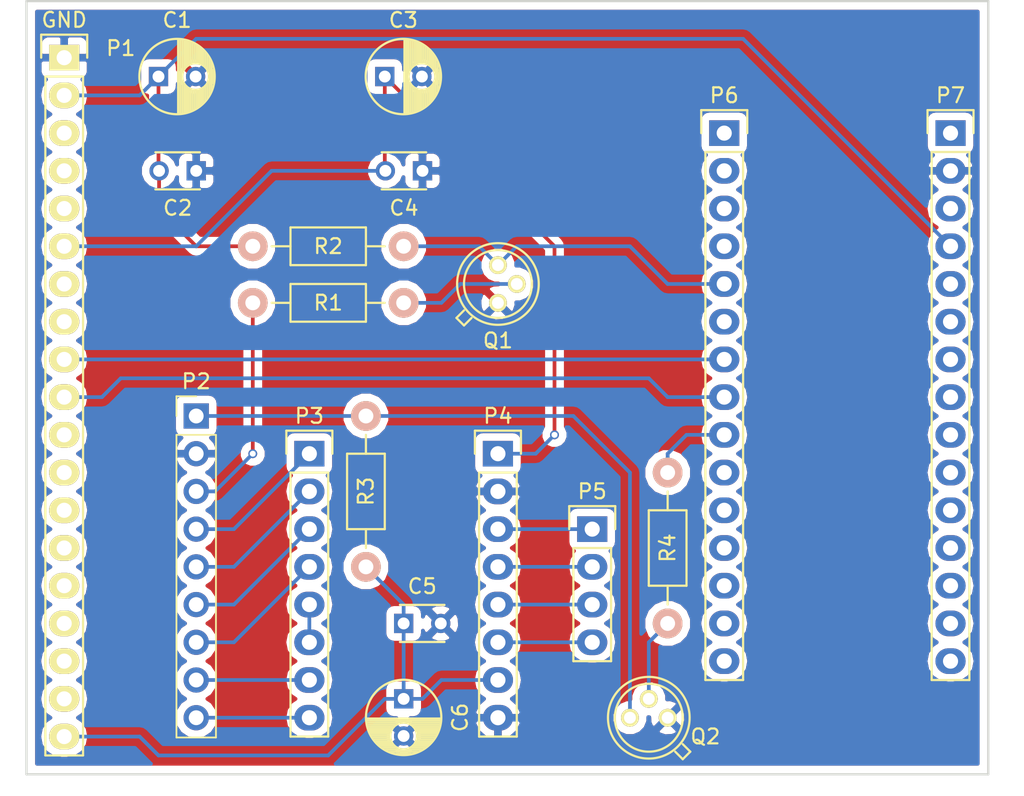
<source format=kicad_pcb>
(kicad_pcb (version 4) (host pcbnew 4.0.6-e0-6349~53~ubuntu16.04.1)

  (general
    (links 44)
    (no_connects 0)
    (area 79.934999 83.744999 144.855001 135.965001)
    (thickness 1.6)
    (drawings 4)
    (tracks 74)
    (zones 0)
    (modules 19)
    (nets 24)
  )

  (page A4)
  (layers
    (0 F.Cu signal)
    (31 B.Cu signal)
    (32 B.Adhes user)
    (33 F.Adhes user)
    (34 B.Paste user)
    (35 F.Paste user)
    (36 B.SilkS user)
    (37 F.SilkS user)
    (38 B.Mask user)
    (39 F.Mask user)
    (40 Dwgs.User user)
    (41 Cmts.User user)
    (42 Eco1.User user)
    (43 Eco2.User user)
    (44 Edge.Cuts user)
    (45 Margin user)
    (46 B.CrtYd user)
    (47 F.CrtYd user)
    (48 B.Fab user)
    (49 F.Fab user)
  )

  (setup
    (last_trace_width 0.25)
    (trace_clearance 0.2)
    (zone_clearance 0.508)
    (zone_45_only no)
    (trace_min 0.2)
    (segment_width 0.2)
    (edge_width 0.15)
    (via_size 0.6)
    (via_drill 0.4)
    (via_min_size 0.4)
    (via_min_drill 0.3)
    (uvia_size 0.3)
    (uvia_drill 0.1)
    (uvias_allowed no)
    (uvia_min_size 0.2)
    (uvia_min_drill 0.1)
    (pcb_text_width 0.3)
    (pcb_text_size 1.5 1.5)
    (mod_edge_width 0.15)
    (mod_text_size 1 1)
    (mod_text_width 0.15)
    (pad_size 1.524 1.524)
    (pad_drill 0.762)
    (pad_to_mask_clearance 0.2)
    (aux_axis_origin 80.01 83.82)
    (visible_elements FFFFFF7F)
    (pcbplotparams
      (layerselection 0x01000_80000000)
      (usegerberextensions false)
      (excludeedgelayer true)
      (linewidth 0.100000)
      (plotframeref false)
      (viasonmask false)
      (mode 1)
      (useauxorigin true)
      (hpglpennumber 1)
      (hpglpenspeed 20)
      (hpglpendiameter 15)
      (hpglpenoverlay 2)
      (psnegative false)
      (psa4output false)
      (plotreference true)
      (plotvalue true)
      (plotinvisibletext false)
      (padsonsilk false)
      (subtractmaskfromsilk false)
      (outputformat 1)
      (mirror false)
      (drillshape 0)
      (scaleselection 1)
      (outputdirectory ../))
  )

  (net 0 "")
  (net 1 "Net-(C1-Pad1)")
  (net 2 GND)
  (net 3 "Net-(C3-Pad1)")
  (net 4 "Net-(P1-Pad9)")
  (net 5 "Net-(P1-Pad10)")
  (net 6 "Net-(P2-Pad3)")
  (net 7 "Net-(P2-Pad4)")
  (net 8 "Net-(P2-Pad5)")
  (net 9 "Net-(P2-Pad6)")
  (net 10 "Net-(P2-Pad7)")
  (net 11 "Net-(P2-Pad8)")
  (net 12 "Net-(P3-Pad5)")
  (net 13 "Net-(P4-Pad3)")
  (net 14 "Net-(P4-Pad4)")
  (net 15 "Net-(P4-Pad5)")
  (net 16 "Net-(P4-Pad6)")
  (net 17 "Net-(P6-Pad9)")
  (net 18 "Net-(Q1-Pad2)")
  (net 19 "Net-(P2-Pad1)")
  (net 20 "Net-(P2-Pad9)")
  (net 21 "Net-(P6-Pad5)")
  (net 22 "Net-(Q2-Pad2)")
  (net 23 "Net-(C5-Pad1)")

  (net_class Default "This is the default net class."
    (clearance 0.2)
    (trace_width 0.25)
    (via_dia 0.6)
    (via_drill 0.4)
    (uvia_dia 0.3)
    (uvia_drill 0.1)
    (add_net GND)
    (add_net "Net-(C1-Pad1)")
    (add_net "Net-(C3-Pad1)")
    (add_net "Net-(C5-Pad1)")
    (add_net "Net-(P1-Pad10)")
    (add_net "Net-(P1-Pad9)")
    (add_net "Net-(P2-Pad1)")
    (add_net "Net-(P2-Pad3)")
    (add_net "Net-(P2-Pad4)")
    (add_net "Net-(P2-Pad5)")
    (add_net "Net-(P2-Pad6)")
    (add_net "Net-(P2-Pad7)")
    (add_net "Net-(P2-Pad8)")
    (add_net "Net-(P2-Pad9)")
    (add_net "Net-(P3-Pad5)")
    (add_net "Net-(P4-Pad3)")
    (add_net "Net-(P4-Pad4)")
    (add_net "Net-(P4-Pad5)")
    (add_net "Net-(P4-Pad6)")
    (add_net "Net-(P6-Pad5)")
    (add_net "Net-(P6-Pad9)")
    (add_net "Net-(Q1-Pad2)")
    (add_net "Net-(Q2-Pad2)")
  )

  (module Socket_Strips:Socket_Strip_Straight_1x15 (layer F.Cu) (tedit 58EDF69F) (tstamp 585A969F)
    (at 127 92.71 270)
    (descr "Through hole socket strip")
    (tags "socket strip")
    (path /585A818D)
    (fp_text reference P6 (at -2.54 0 360) (layer F.SilkS)
      (effects (font (size 1 1) (thickness 0.15)))
    )
    (fp_text value CONN_01X15 (at 0 -3.1 270) (layer F.Fab)
      (effects (font (size 1 1) (thickness 0.15)))
    )
    (fp_line (start -1.75 -1.75) (end -1.75 1.75) (layer F.CrtYd) (width 0.05))
    (fp_line (start 37.35 -1.75) (end 37.35 1.75) (layer F.CrtYd) (width 0.05))
    (fp_line (start -1.75 -1.75) (end 37.35 -1.75) (layer F.CrtYd) (width 0.05))
    (fp_line (start -1.75 1.75) (end 37.35 1.75) (layer F.CrtYd) (width 0.05))
    (fp_line (start 1.27 -1.27) (end 36.83 -1.27) (layer F.SilkS) (width 0.15))
    (fp_line (start 36.83 -1.27) (end 36.83 1.27) (layer F.SilkS) (width 0.15))
    (fp_line (start 36.83 1.27) (end 1.27 1.27) (layer F.SilkS) (width 0.15))
    (fp_line (start -1.55 1.55) (end 0 1.55) (layer F.SilkS) (width 0.15))
    (fp_line (start 1.27 1.27) (end 1.27 -1.27) (layer F.SilkS) (width 0.15))
    (fp_line (start 0 -1.55) (end -1.55 -1.55) (layer F.SilkS) (width 0.15))
    (fp_line (start -1.55 -1.55) (end -1.55 1.55) (layer F.SilkS) (width 0.15))
    (pad 1 thru_hole rect (at 0 0 270) (size 1.7272 2.032) (drill 1.016) (layers *.Cu *.Mask))
    (pad 2 thru_hole oval (at 2.54 0 270) (size 1.7272 2.032) (drill 1.016) (layers *.Cu *.Mask))
    (pad 3 thru_hole oval (at 5.08 0 270) (size 1.7272 2.032) (drill 1.016) (layers *.Cu *.Mask))
    (pad 4 thru_hole oval (at 7.62 0 270) (size 1.7272 2.032) (drill 1.016) (layers *.Cu *.Mask))
    (pad 5 thru_hole oval (at 10.16 0 270) (size 1.7272 2.032) (drill 1.016) (layers *.Cu *.Mask)
      (net 21 "Net-(P6-Pad5)"))
    (pad 6 thru_hole oval (at 12.7 0 270) (size 1.7272 2.032) (drill 1.016) (layers *.Cu *.Mask))
    (pad 7 thru_hole oval (at 15.24 0 270) (size 1.7272 2.032) (drill 1.016) (layers *.Cu *.Mask)
      (net 4 "Net-(P1-Pad9)"))
    (pad 8 thru_hole oval (at 17.78 0 270) (size 1.7272 2.032) (drill 1.016) (layers *.Cu *.Mask)
      (net 5 "Net-(P1-Pad10)"))
    (pad 9 thru_hole oval (at 20.32 0 270) (size 1.7272 2.032) (drill 1.016) (layers *.Cu *.Mask)
      (net 17 "Net-(P6-Pad9)"))
    (pad 10 thru_hole oval (at 22.86 0 270) (size 1.7272 2.032) (drill 1.016) (layers *.Cu *.Mask))
    (pad 11 thru_hole oval (at 25.4 0 270) (size 1.7272 2.032) (drill 1.016) (layers *.Cu *.Mask))
    (pad 12 thru_hole oval (at 27.94 0 270) (size 1.7272 2.032) (drill 1.016) (layers *.Cu *.Mask))
    (pad 13 thru_hole oval (at 30.48 0 270) (size 1.7272 2.032) (drill 1.016) (layers *.Cu *.Mask))
    (pad 14 thru_hole oval (at 33.02 0 270) (size 1.7272 2.032) (drill 1.016) (layers *.Cu *.Mask))
    (pad 15 thru_hole oval (at 35.56 0 270) (size 1.7272 2.032) (drill 1.016) (layers *.Cu *.Mask))
    (model Socket_Strips.3dshapes/Socket_Strip_Straight_1x15.wrl
      (at (xyz 0.7 0 0))
      (scale (xyz 1 1 1))
      (rotate (xyz 0 0 180))
    )
  )

  (module Socket_Strips:Socket_Strip_Straight_1x09_Pitch2.54mm (layer F.Cu) (tedit 58CD5446) (tstamp 58F4C55C)
    (at 91.44 111.76)
    (descr "Through hole straight socket strip, 1x09, 2.54mm pitch, single row")
    (tags "Through hole socket strip THT 1x09 2.54mm single row")
    (path /58825882)
    (fp_text reference P2 (at 0 -2.33) (layer F.SilkS)
      (effects (font (size 1 1) (thickness 0.15)))
    )
    (fp_text value CONN_01X09 (at 0 22.65) (layer F.Fab)
      (effects (font (size 1 1) (thickness 0.15)))
    )
    (fp_line (start -1.27 -1.27) (end -1.27 21.59) (layer F.Fab) (width 0.1))
    (fp_line (start -1.27 21.59) (end 1.27 21.59) (layer F.Fab) (width 0.1))
    (fp_line (start 1.27 21.59) (end 1.27 -1.27) (layer F.Fab) (width 0.1))
    (fp_line (start 1.27 -1.27) (end -1.27 -1.27) (layer F.Fab) (width 0.1))
    (fp_line (start -1.33 1.27) (end -1.33 21.65) (layer F.SilkS) (width 0.12))
    (fp_line (start -1.33 21.65) (end 1.33 21.65) (layer F.SilkS) (width 0.12))
    (fp_line (start 1.33 21.65) (end 1.33 1.27) (layer F.SilkS) (width 0.12))
    (fp_line (start 1.33 1.27) (end -1.33 1.27) (layer F.SilkS) (width 0.12))
    (fp_line (start -1.33 0) (end -1.33 -1.33) (layer F.SilkS) (width 0.12))
    (fp_line (start -1.33 -1.33) (end 0 -1.33) (layer F.SilkS) (width 0.12))
    (fp_line (start -1.8 -1.8) (end -1.8 22.1) (layer F.CrtYd) (width 0.05))
    (fp_line (start -1.8 22.1) (end 1.8 22.1) (layer F.CrtYd) (width 0.05))
    (fp_line (start 1.8 22.1) (end 1.8 -1.8) (layer F.CrtYd) (width 0.05))
    (fp_line (start 1.8 -1.8) (end -1.8 -1.8) (layer F.CrtYd) (width 0.05))
    (fp_text user %R (at 0 -2.33) (layer F.Fab)
      (effects (font (size 1 1) (thickness 0.15)))
    )
    (pad 1 thru_hole rect (at 0 0) (size 1.7 1.7) (drill 1) (layers *.Cu *.Mask)
      (net 19 "Net-(P2-Pad1)"))
    (pad 2 thru_hole oval (at 0 2.54) (size 1.7 1.7) (drill 1) (layers *.Cu *.Mask)
      (net 2 GND))
    (pad 3 thru_hole oval (at 0 5.08) (size 1.7 1.7) (drill 1) (layers *.Cu *.Mask)
      (net 6 "Net-(P2-Pad3)"))
    (pad 4 thru_hole oval (at 0 7.62) (size 1.7 1.7) (drill 1) (layers *.Cu *.Mask)
      (net 7 "Net-(P2-Pad4)"))
    (pad 5 thru_hole oval (at 0 10.16) (size 1.7 1.7) (drill 1) (layers *.Cu *.Mask)
      (net 8 "Net-(P2-Pad5)"))
    (pad 6 thru_hole oval (at 0 12.7) (size 1.7 1.7) (drill 1) (layers *.Cu *.Mask)
      (net 9 "Net-(P2-Pad6)"))
    (pad 7 thru_hole oval (at 0 15.24) (size 1.7 1.7) (drill 1) (layers *.Cu *.Mask)
      (net 10 "Net-(P2-Pad7)"))
    (pad 8 thru_hole oval (at 0 17.78) (size 1.7 1.7) (drill 1) (layers *.Cu *.Mask)
      (net 11 "Net-(P2-Pad8)"))
    (pad 9 thru_hole oval (at 0 20.32) (size 1.7 1.7) (drill 1) (layers *.Cu *.Mask)
      (net 20 "Net-(P2-Pad9)"))
    (model ${KISYS3DMOD}/Socket_Strips.3dshapes/Socket_Strip_Straight_1x09_Pitch2.54mm.wrl
      (at (xyz 0 -0.4 0))
      (scale (xyz 1 1 1))
      (rotate (xyz 0 0 270))
    )
  )

  (module Echopen:CP_small_TH_echopen (layer F.Cu) (tedit 584056D1) (tstamp 58ECF287)
    (at 105.41 130.81 270)
    (descr "Radial Electrolytic Capacitor Diameter 5mm x Length 6mm, Pitch 2.5mm")
    (tags "Electrolytic Capacitor")
    (path /58ECF1A9)
    (attr smd)
    (fp_text reference C6 (at 1.25 -3.8 270) (layer F.SilkS)
      (effects (font (size 1 1) (thickness 0.15)))
    )
    (fp_text value 10u (at 1.25 3.8 270) (layer F.Fab)
      (effects (font (size 1 1) (thickness 0.15)))
    )
    (fp_line (start 1.325 -2.499) (end 1.325 2.499) (layer F.SilkS) (width 0.15))
    (fp_line (start 1.465 -2.491) (end 1.465 2.491) (layer F.SilkS) (width 0.15))
    (fp_line (start 1.605 -2.475) (end 1.605 -0.095) (layer F.SilkS) (width 0.15))
    (fp_line (start 1.605 0.095) (end 1.605 2.475) (layer F.SilkS) (width 0.15))
    (fp_line (start 1.745 -2.451) (end 1.745 -0.49) (layer F.SilkS) (width 0.15))
    (fp_line (start 1.745 0.49) (end 1.745 2.451) (layer F.SilkS) (width 0.15))
    (fp_line (start 1.885 -2.418) (end 1.885 -0.657) (layer F.SilkS) (width 0.15))
    (fp_line (start 1.885 0.657) (end 1.885 2.418) (layer F.SilkS) (width 0.15))
    (fp_line (start 2.025 -2.377) (end 2.025 -0.764) (layer F.SilkS) (width 0.15))
    (fp_line (start 2.025 0.764) (end 2.025 2.377) (layer F.SilkS) (width 0.15))
    (fp_line (start 2.165 -2.327) (end 2.165 -0.835) (layer F.SilkS) (width 0.15))
    (fp_line (start 2.165 0.835) (end 2.165 2.327) (layer F.SilkS) (width 0.15))
    (fp_line (start 2.305 -2.266) (end 2.305 -0.879) (layer F.SilkS) (width 0.15))
    (fp_line (start 2.305 0.879) (end 2.305 2.266) (layer F.SilkS) (width 0.15))
    (fp_line (start 2.445 -2.196) (end 2.445 -0.898) (layer F.SilkS) (width 0.15))
    (fp_line (start 2.445 0.898) (end 2.445 2.196) (layer F.SilkS) (width 0.15))
    (fp_line (start 2.585 -2.114) (end 2.585 -0.896) (layer F.SilkS) (width 0.15))
    (fp_line (start 2.585 0.896) (end 2.585 2.114) (layer F.SilkS) (width 0.15))
    (fp_line (start 2.725 -2.019) (end 2.725 -0.871) (layer F.SilkS) (width 0.15))
    (fp_line (start 2.725 0.871) (end 2.725 2.019) (layer F.SilkS) (width 0.15))
    (fp_line (start 2.865 -1.908) (end 2.865 -0.823) (layer F.SilkS) (width 0.15))
    (fp_line (start 2.865 0.823) (end 2.865 1.908) (layer F.SilkS) (width 0.15))
    (fp_line (start 3.005 -1.78) (end 3.005 -0.745) (layer F.SilkS) (width 0.15))
    (fp_line (start 3.005 0.745) (end 3.005 1.78) (layer F.SilkS) (width 0.15))
    (fp_line (start 3.145 -1.631) (end 3.145 -0.628) (layer F.SilkS) (width 0.15))
    (fp_line (start 3.145 0.628) (end 3.145 1.631) (layer F.SilkS) (width 0.15))
    (fp_line (start 3.285 -1.452) (end 3.285 -0.44) (layer F.SilkS) (width 0.15))
    (fp_line (start 3.285 0.44) (end 3.285 1.452) (layer F.SilkS) (width 0.15))
    (fp_line (start 3.425 -1.233) (end 3.425 1.233) (layer F.SilkS) (width 0.15))
    (fp_line (start 3.565 -0.944) (end 3.565 0.944) (layer F.SilkS) (width 0.15))
    (fp_line (start 3.705 -0.472) (end 3.705 0.472) (layer F.SilkS) (width 0.15))
    (fp_circle (center 2.5 0) (end 2.5 -0.9) (layer F.SilkS) (width 0.15))
    (fp_circle (center 1.25 0) (end 1.25 -2.5375) (layer F.SilkS) (width 0.15))
    (fp_circle (center 1.25 0) (end 1.25 -2.8) (layer F.CrtYd) (width 0.05))
    (pad 1 thru_hole rect (at 0 0 270) (size 1.3 1.3) (drill 0.8) (layers *.Cu *.Mask)
      (net 23 "Net-(C5-Pad1)"))
    (pad 2 thru_hole circle (at 2.5 0 270) (size 1.3 1.3) (drill 0.8) (layers *.Cu *.Mask)
      (net 2 GND))
    (model Capacitors_THT.3dshapes/CP_Radial_D5.0mm_P2.50mm.wrl
      (at (xyz 0 0 0))
      (scale (xyz 0.393701 0.393701 0.393701))
      (rotate (xyz 0 0 0))
    )
  )

  (module Echopen:C_small_TH_echopen (layer F.Cu) (tedit 58406A4B) (tstamp 58ECF281)
    (at 105.41 125.73)
    (descr "Capacitor 3mm Disc, Pitch 2.5mm")
    (tags Capacitor)
    (path /58ECF3F6)
    (attr smd)
    (fp_text reference C5 (at 1.25 -2.5) (layer F.SilkS)
      (effects (font (size 1 1) (thickness 0.15)))
    )
    (fp_text value 47n (at 1.25 2.5) (layer F.Fab)
      (effects (font (size 1 1) (thickness 0.15)))
    )
    (fp_line (start -0.9 -1.5) (end 3.4 -1.5) (layer F.CrtYd) (width 0.05))
    (fp_line (start 3.4 -1.5) (end 3.4 1.5) (layer F.CrtYd) (width 0.05))
    (fp_line (start 3.4 1.5) (end -0.9 1.5) (layer F.CrtYd) (width 0.05))
    (fp_line (start -0.9 1.5) (end -0.9 -1.5) (layer F.CrtYd) (width 0.05))
    (fp_line (start -0.25 -1.25) (end 2.75 -1.25) (layer F.SilkS) (width 0.15))
    (fp_line (start 2.75 1.25) (end -0.25 1.25) (layer F.SilkS) (width 0.15))
    (pad 1 thru_hole rect (at 0 0) (size 1.3 1.3) (drill 0.8) (layers *.Cu *.Mask)
      (net 23 "Net-(C5-Pad1)"))
    (pad 2 thru_hole circle (at 2.5 0) (size 1.3 1.3) (drill 0.8001) (layers *.Cu *.Mask)
      (net 2 GND))
    (model Capacitors_THT.3dshapes/C_Disc_D3.0mm_W1.6mm_P2.50mm.wrl
      (at (xyz 0 0 0))
      (scale (xyz 0.393701 0.393701 0.393701))
      (rotate (xyz 0 0 0))
    )
  )

  (module Echopen:Resistor_TH_common (layer F.Cu) (tedit 580DD939) (tstamp 58E756D0)
    (at 123.19 115.57 270)
    (descr "Resistor, Axial,  RM 10mm, 1/3W")
    (tags "Resistor Axial RM 10mm 1/3W")
    (path /58824A15)
    (attr smd)
    (fp_text reference R4 (at 5.08 0 270) (layer F.SilkS)
      (effects (font (size 1 1) (thickness 0.15)))
    )
    (fp_text value 680 (at 5.08 1.905 270) (layer F.Fab)
      (effects (font (size 1 1) (thickness 0.15)))
    )
    (fp_line (start -1.25 -1.5) (end 11.4 -1.5) (layer F.CrtYd) (width 0.05))
    (fp_line (start -1.25 1.5) (end -1.25 -1.5) (layer F.CrtYd) (width 0.05))
    (fp_line (start 11.4 -1.5) (end 11.4 1.5) (layer F.CrtYd) (width 0.05))
    (fp_line (start -1.25 1.5) (end 11.4 1.5) (layer F.CrtYd) (width 0.05))
    (fp_line (start 2.54 -1.27) (end 7.62 -1.27) (layer F.SilkS) (width 0.15))
    (fp_line (start 7.62 -1.27) (end 7.62 1.27) (layer F.SilkS) (width 0.15))
    (fp_line (start 7.62 1.27) (end 2.54 1.27) (layer F.SilkS) (width 0.15))
    (fp_line (start 2.54 1.27) (end 2.54 -1.27) (layer F.SilkS) (width 0.15))
    (fp_line (start 2.54 0) (end 1.27 0) (layer F.SilkS) (width 0.15))
    (fp_line (start 7.62 0) (end 8.89 0) (layer F.SilkS) (width 0.15))
    (pad 1 thru_hole circle (at 0 0 270) (size 1.99898 1.99898) (drill 1.00076) (layers *.Cu *.SilkS *.Mask)
      (net 17 "Net-(P6-Pad9)"))
    (pad 2 thru_hole circle (at 10.16 0 270) (size 1.99898 1.99898) (drill 1.00076) (layers *.Cu *.SilkS *.Mask)
      (net 22 "Net-(Q2-Pad2)"))
    (model Resistors_ThroughHole.3dshapes/Resistor_Horizontal_RM10mm.wrl
      (at (xyz 0.2 0 0))
      (scale (xyz 0.4 0.4 0.4))
      (rotate (xyz 0 0 0))
    )
    (model Resistors_THT.3dshapes/R_Axial_DIN0207_L6.3mm_D2.5mm_P10.16mm_Horizontal.wrl
      (at (xyz 0 0 0))
      (scale (xyz 0.393701 0.393701 0.393701))
      (rotate (xyz 0 0 0))
    )
  )

  (module Echopen:Resistor_TH_common (layer F.Cu) (tedit 580DD939) (tstamp 58E756CA)
    (at 102.87 111.76 270)
    (descr "Resistor, Axial,  RM 10mm, 1/3W")
    (tags "Resistor Axial RM 10mm 1/3W")
    (path /588250BD)
    (attr smd)
    (fp_text reference R3 (at 5.08 0 270) (layer F.SilkS)
      (effects (font (size 1 1) (thickness 0.15)))
    )
    (fp_text value 1.5k (at 5.08 1.905 270) (layer F.Fab)
      (effects (font (size 1 1) (thickness 0.15)))
    )
    (fp_line (start -1.25 -1.5) (end 11.4 -1.5) (layer F.CrtYd) (width 0.05))
    (fp_line (start -1.25 1.5) (end -1.25 -1.5) (layer F.CrtYd) (width 0.05))
    (fp_line (start 11.4 -1.5) (end 11.4 1.5) (layer F.CrtYd) (width 0.05))
    (fp_line (start -1.25 1.5) (end 11.4 1.5) (layer F.CrtYd) (width 0.05))
    (fp_line (start 2.54 -1.27) (end 7.62 -1.27) (layer F.SilkS) (width 0.15))
    (fp_line (start 7.62 -1.27) (end 7.62 1.27) (layer F.SilkS) (width 0.15))
    (fp_line (start 7.62 1.27) (end 2.54 1.27) (layer F.SilkS) (width 0.15))
    (fp_line (start 2.54 1.27) (end 2.54 -1.27) (layer F.SilkS) (width 0.15))
    (fp_line (start 2.54 0) (end 1.27 0) (layer F.SilkS) (width 0.15))
    (fp_line (start 7.62 0) (end 8.89 0) (layer F.SilkS) (width 0.15))
    (pad 1 thru_hole circle (at 0 0 270) (size 1.99898 1.99898) (drill 1.00076) (layers *.Cu *.SilkS *.Mask)
      (net 19 "Net-(P2-Pad1)"))
    (pad 2 thru_hole circle (at 10.16 0 270) (size 1.99898 1.99898) (drill 1.00076) (layers *.Cu *.SilkS *.Mask)
      (net 23 "Net-(C5-Pad1)"))
    (model Resistors_ThroughHole.3dshapes/Resistor_Horizontal_RM10mm.wrl
      (at (xyz 0.2 0 0))
      (scale (xyz 0.4 0.4 0.4))
      (rotate (xyz 0 0 0))
    )
    (model Resistors_THT.3dshapes/R_Axial_DIN0207_L6.3mm_D2.5mm_P10.16mm_Horizontal.wrl
      (at (xyz 0 0 0))
      (scale (xyz 0.393701 0.393701 0.393701))
      (rotate (xyz 0 0 0))
    )
  )

  (module Echopen:TO-18_TH_common (layer F.Cu) (tedit 58EDF6BE) (tstamp 58E756C4)
    (at 121.92 132.08)
    (descr "TO-18, 3Pin,")
    (tags "TO-18, 3Pin,")
    (path /58824BB0)
    (attr smd)
    (fp_text reference Q2 (at 3.81 1.27) (layer F.SilkS)
      (effects (font (size 1 1) (thickness 0.15)))
    )
    (fp_text value 2N2222 (at 0 3.175) (layer F.Fab)
      (effects (font (size 1 1) (thickness 0.15)))
    )
    (fp_line (start 2.794 2.286) (end 2.286 1.778) (layer F.SilkS) (width 0.15))
    (fp_line (start 1.778 2.286) (end 2.286 2.794) (layer F.SilkS) (width 0.15))
    (fp_line (start 2.286 2.794) (end 2.794 2.286) (layer F.SilkS) (width 0.15))
    (fp_circle (center 0 0) (end 2.286 0) (layer F.SilkS) (width 0.15))
    (fp_circle (center 0 0) (end 2.75 0) (layer F.SilkS) (width 0.15))
    (pad 1 thru_hole circle (at 1.27 0) (size 1.2 1.2) (drill 0.8) (layers *.Cu *.Mask F.SilkS)
      (net 2 GND))
    (pad 2 thru_hole circle (at 0 -1.27) (size 1.2 1.2) (drill 0.8) (layers *.Cu *.Mask F.SilkS)
      (net 22 "Net-(Q2-Pad2)"))
    (pad 3 thru_hole circle (at -1.27 0) (size 1.2 1.2) (drill 0.8) (layers *.Cu *.Mask F.SilkS)
      (net 19 "Net-(P2-Pad1)"))
    (model TO_SOT_Packages_THT.3dshapes/TO-18_3Pin.wrl
      (at (xyz 0 0 0))
      (scale (xyz 0.3937 0.3937 0.3937))
      (rotate (xyz 0 0 0))
    )
    (model TO_SOT_Packages_THT.3dshapes/TO-18-3.wrl
      (at (xyz 0.05 0 -0.2))
      (scale (xyz 0.3937 0.3937 0.3937))
      (rotate (xyz 0 0 180))
    )
  )

  (module Echopen:CP_small_TH_echopen (layer F.Cu) (tedit 584056D1) (tstamp 585A95AA)
    (at 88.9 88.9)
    (descr "Radial Electrolytic Capacitor Diameter 5mm x Length 6mm, Pitch 2.5mm")
    (tags "Electrolytic Capacitor")
    (path /585A5F3A)
    (attr smd)
    (fp_text reference C1 (at 1.25 -3.8) (layer F.SilkS)
      (effects (font (size 1 1) (thickness 0.15)))
    )
    (fp_text value 10u (at 1.25 3.8) (layer F.Fab)
      (effects (font (size 1 1) (thickness 0.15)))
    )
    (fp_line (start 1.325 -2.499) (end 1.325 2.499) (layer F.SilkS) (width 0.15))
    (fp_line (start 1.465 -2.491) (end 1.465 2.491) (layer F.SilkS) (width 0.15))
    (fp_line (start 1.605 -2.475) (end 1.605 -0.095) (layer F.SilkS) (width 0.15))
    (fp_line (start 1.605 0.095) (end 1.605 2.475) (layer F.SilkS) (width 0.15))
    (fp_line (start 1.745 -2.451) (end 1.745 -0.49) (layer F.SilkS) (width 0.15))
    (fp_line (start 1.745 0.49) (end 1.745 2.451) (layer F.SilkS) (width 0.15))
    (fp_line (start 1.885 -2.418) (end 1.885 -0.657) (layer F.SilkS) (width 0.15))
    (fp_line (start 1.885 0.657) (end 1.885 2.418) (layer F.SilkS) (width 0.15))
    (fp_line (start 2.025 -2.377) (end 2.025 -0.764) (layer F.SilkS) (width 0.15))
    (fp_line (start 2.025 0.764) (end 2.025 2.377) (layer F.SilkS) (width 0.15))
    (fp_line (start 2.165 -2.327) (end 2.165 -0.835) (layer F.SilkS) (width 0.15))
    (fp_line (start 2.165 0.835) (end 2.165 2.327) (layer F.SilkS) (width 0.15))
    (fp_line (start 2.305 -2.266) (end 2.305 -0.879) (layer F.SilkS) (width 0.15))
    (fp_line (start 2.305 0.879) (end 2.305 2.266) (layer F.SilkS) (width 0.15))
    (fp_line (start 2.445 -2.196) (end 2.445 -0.898) (layer F.SilkS) (width 0.15))
    (fp_line (start 2.445 0.898) (end 2.445 2.196) (layer F.SilkS) (width 0.15))
    (fp_line (start 2.585 -2.114) (end 2.585 -0.896) (layer F.SilkS) (width 0.15))
    (fp_line (start 2.585 0.896) (end 2.585 2.114) (layer F.SilkS) (width 0.15))
    (fp_line (start 2.725 -2.019) (end 2.725 -0.871) (layer F.SilkS) (width 0.15))
    (fp_line (start 2.725 0.871) (end 2.725 2.019) (layer F.SilkS) (width 0.15))
    (fp_line (start 2.865 -1.908) (end 2.865 -0.823) (layer F.SilkS) (width 0.15))
    (fp_line (start 2.865 0.823) (end 2.865 1.908) (layer F.SilkS) (width 0.15))
    (fp_line (start 3.005 -1.78) (end 3.005 -0.745) (layer F.SilkS) (width 0.15))
    (fp_line (start 3.005 0.745) (end 3.005 1.78) (layer F.SilkS) (width 0.15))
    (fp_line (start 3.145 -1.631) (end 3.145 -0.628) (layer F.SilkS) (width 0.15))
    (fp_line (start 3.145 0.628) (end 3.145 1.631) (layer F.SilkS) (width 0.15))
    (fp_line (start 3.285 -1.452) (end 3.285 -0.44) (layer F.SilkS) (width 0.15))
    (fp_line (start 3.285 0.44) (end 3.285 1.452) (layer F.SilkS) (width 0.15))
    (fp_line (start 3.425 -1.233) (end 3.425 1.233) (layer F.SilkS) (width 0.15))
    (fp_line (start 3.565 -0.944) (end 3.565 0.944) (layer F.SilkS) (width 0.15))
    (fp_line (start 3.705 -0.472) (end 3.705 0.472) (layer F.SilkS) (width 0.15))
    (fp_circle (center 2.5 0) (end 2.5 -0.9) (layer F.SilkS) (width 0.15))
    (fp_circle (center 1.25 0) (end 1.25 -2.5375) (layer F.SilkS) (width 0.15))
    (fp_circle (center 1.25 0) (end 1.25 -2.8) (layer F.CrtYd) (width 0.05))
    (pad 1 thru_hole rect (at 0 0) (size 1.3 1.3) (drill 0.8) (layers *.Cu *.Mask)
      (net 1 "Net-(C1-Pad1)"))
    (pad 2 thru_hole circle (at 2.5 0) (size 1.3 1.3) (drill 0.8) (layers *.Cu *.Mask)
      (net 2 GND))
    (model Capacitors_THT.3dshapes/CP_Radial_D5.0mm_P2.50mm.wrl
      (at (xyz 0 0 0))
      (scale (xyz 0.393701 0.393701 0.393701))
      (rotate (xyz 0 0 0))
    )
  )

  (module Echopen:C_small_TH_echopen (layer F.Cu) (tedit 58406A4B) (tstamp 585A95B6)
    (at 91.44 95.25 180)
    (descr "Capacitor 3mm Disc, Pitch 2.5mm")
    (tags Capacitor)
    (path /585A5FAE)
    (attr smd)
    (fp_text reference C2 (at 1.25 -2.5 180) (layer F.SilkS)
      (effects (font (size 1 1) (thickness 0.15)))
    )
    (fp_text value 100n (at 1.25 2.5 180) (layer F.Fab)
      (effects (font (size 1 1) (thickness 0.15)))
    )
    (fp_line (start -0.9 -1.5) (end 3.4 -1.5) (layer F.CrtYd) (width 0.05))
    (fp_line (start 3.4 -1.5) (end 3.4 1.5) (layer F.CrtYd) (width 0.05))
    (fp_line (start 3.4 1.5) (end -0.9 1.5) (layer F.CrtYd) (width 0.05))
    (fp_line (start -0.9 1.5) (end -0.9 -1.5) (layer F.CrtYd) (width 0.05))
    (fp_line (start -0.25 -1.25) (end 2.75 -1.25) (layer F.SilkS) (width 0.15))
    (fp_line (start 2.75 1.25) (end -0.25 1.25) (layer F.SilkS) (width 0.15))
    (pad 1 thru_hole rect (at 0 0 180) (size 1.3 1.3) (drill 0.8) (layers *.Cu *.Mask)
      (net 2 GND))
    (pad 2 thru_hole circle (at 2.5 0 180) (size 1.3 1.3) (drill 0.8001) (layers *.Cu *.Mask)
      (net 1 "Net-(C1-Pad1)"))
    (model Capacitors_THT.3dshapes/C_Disc_D3.0mm_W1.6mm_P2.50mm.wrl
      (at (xyz 0 0 0))
      (scale (xyz 0.393701 0.393701 0.393701))
      (rotate (xyz 0 0 0))
    )
  )

  (module Echopen:CP_small_TH_echopen (layer F.Cu) (tedit 584056D1) (tstamp 585A95DE)
    (at 104.14 88.9)
    (descr "Radial Electrolytic Capacitor Diameter 5mm x Length 6mm, Pitch 2.5mm")
    (tags "Electrolytic Capacitor")
    (path /585A7EE8)
    (attr smd)
    (fp_text reference C3 (at 1.25 -3.8) (layer F.SilkS)
      (effects (font (size 1 1) (thickness 0.15)))
    )
    (fp_text value 100u (at 1.25 3.8) (layer F.Fab)
      (effects (font (size 1 1) (thickness 0.15)))
    )
    (fp_line (start 1.325 -2.499) (end 1.325 2.499) (layer F.SilkS) (width 0.15))
    (fp_line (start 1.465 -2.491) (end 1.465 2.491) (layer F.SilkS) (width 0.15))
    (fp_line (start 1.605 -2.475) (end 1.605 -0.095) (layer F.SilkS) (width 0.15))
    (fp_line (start 1.605 0.095) (end 1.605 2.475) (layer F.SilkS) (width 0.15))
    (fp_line (start 1.745 -2.451) (end 1.745 -0.49) (layer F.SilkS) (width 0.15))
    (fp_line (start 1.745 0.49) (end 1.745 2.451) (layer F.SilkS) (width 0.15))
    (fp_line (start 1.885 -2.418) (end 1.885 -0.657) (layer F.SilkS) (width 0.15))
    (fp_line (start 1.885 0.657) (end 1.885 2.418) (layer F.SilkS) (width 0.15))
    (fp_line (start 2.025 -2.377) (end 2.025 -0.764) (layer F.SilkS) (width 0.15))
    (fp_line (start 2.025 0.764) (end 2.025 2.377) (layer F.SilkS) (width 0.15))
    (fp_line (start 2.165 -2.327) (end 2.165 -0.835) (layer F.SilkS) (width 0.15))
    (fp_line (start 2.165 0.835) (end 2.165 2.327) (layer F.SilkS) (width 0.15))
    (fp_line (start 2.305 -2.266) (end 2.305 -0.879) (layer F.SilkS) (width 0.15))
    (fp_line (start 2.305 0.879) (end 2.305 2.266) (layer F.SilkS) (width 0.15))
    (fp_line (start 2.445 -2.196) (end 2.445 -0.898) (layer F.SilkS) (width 0.15))
    (fp_line (start 2.445 0.898) (end 2.445 2.196) (layer F.SilkS) (width 0.15))
    (fp_line (start 2.585 -2.114) (end 2.585 -0.896) (layer F.SilkS) (width 0.15))
    (fp_line (start 2.585 0.896) (end 2.585 2.114) (layer F.SilkS) (width 0.15))
    (fp_line (start 2.725 -2.019) (end 2.725 -0.871) (layer F.SilkS) (width 0.15))
    (fp_line (start 2.725 0.871) (end 2.725 2.019) (layer F.SilkS) (width 0.15))
    (fp_line (start 2.865 -1.908) (end 2.865 -0.823) (layer F.SilkS) (width 0.15))
    (fp_line (start 2.865 0.823) (end 2.865 1.908) (layer F.SilkS) (width 0.15))
    (fp_line (start 3.005 -1.78) (end 3.005 -0.745) (layer F.SilkS) (width 0.15))
    (fp_line (start 3.005 0.745) (end 3.005 1.78) (layer F.SilkS) (width 0.15))
    (fp_line (start 3.145 -1.631) (end 3.145 -0.628) (layer F.SilkS) (width 0.15))
    (fp_line (start 3.145 0.628) (end 3.145 1.631) (layer F.SilkS) (width 0.15))
    (fp_line (start 3.285 -1.452) (end 3.285 -0.44) (layer F.SilkS) (width 0.15))
    (fp_line (start 3.285 0.44) (end 3.285 1.452) (layer F.SilkS) (width 0.15))
    (fp_line (start 3.425 -1.233) (end 3.425 1.233) (layer F.SilkS) (width 0.15))
    (fp_line (start 3.565 -0.944) (end 3.565 0.944) (layer F.SilkS) (width 0.15))
    (fp_line (start 3.705 -0.472) (end 3.705 0.472) (layer F.SilkS) (width 0.15))
    (fp_circle (center 2.5 0) (end 2.5 -0.9) (layer F.SilkS) (width 0.15))
    (fp_circle (center 1.25 0) (end 1.25 -2.5375) (layer F.SilkS) (width 0.15))
    (fp_circle (center 1.25 0) (end 1.25 -2.8) (layer F.CrtYd) (width 0.05))
    (pad 1 thru_hole rect (at 0 0) (size 1.3 1.3) (drill 0.8) (layers *.Cu *.Mask)
      (net 3 "Net-(C3-Pad1)"))
    (pad 2 thru_hole circle (at 2.5 0) (size 1.3 1.3) (drill 0.8) (layers *.Cu *.Mask)
      (net 2 GND))
    (model Capacitors_THT.3dshapes/CP_Radial_D5.0mm_P2.50mm.wrl
      (at (xyz 0 0 0))
      (scale (xyz 0.393701 0.393701 0.393701))
      (rotate (xyz 0 0 0))
    )
  )

  (module Echopen:Header_pin_angled_1x19 (layer F.Cu) (tedit 580DDAA9) (tstamp 585A9629)
    (at 82.55 110.49)
    (descr "Through hole socket strip")
    (tags "socket strip")
    (path /585A5EA2)
    (attr smd)
    (fp_text reference P1 (at 3.81 -23.495) (layer F.SilkS)
      (effects (font (size 1 1) (thickness 0.15)))
    )
    (fp_text value CONN_01X19 (at 0.635 26.035) (layer F.Fab)
      (effects (font (size 1 1) (thickness 0.15)))
    )
    (fp_text user GND (at 0 -25.4) (layer F.SilkS)
      (effects (font (size 1 1) (thickness 0.15)))
    )
    (fp_line (start 1.75 -24.61) (end -1.75 -24.61) (layer F.CrtYd) (width 0.05))
    (fp_line (start 1.75 24.64) (end -1.75 24.64) (layer F.CrtYd) (width 0.05))
    (fp_line (start 1.75 -24.61) (end 1.75 24.64) (layer F.CrtYd) (width 0.05))
    (fp_line (start -1.75 -24.61) (end -1.75 24.64) (layer F.CrtYd) (width 0.05))
    (fp_line (start -1.27 -21.59) (end -1.27 24.13) (layer F.SilkS) (width 0.15))
    (fp_line (start -1.27 24.13) (end 1.27 24.13) (layer F.SilkS) (width 0.15))
    (fp_line (start 1.27 24.13) (end 1.27 -21.59) (layer F.SilkS) (width 0.15))
    (fp_line (start -1.55 -24.41) (end -1.55 -22.86) (layer F.SilkS) (width 0.15))
    (fp_line (start -1.27 -21.59) (end 1.27 -21.59) (layer F.SilkS) (width 0.15))
    (fp_line (start 1.55 -22.86) (end 1.55 -24.41) (layer F.SilkS) (width 0.15))
    (fp_line (start 1.55 -24.41) (end -1.55 -24.41) (layer F.SilkS) (width 0.15))
    (pad 1 thru_hole rect (at 0 -22.86 270) (size 1.7272 2.032) (drill 1.016) (layers *.Cu *.Mask F.SilkS)
      (net 2 GND))
    (pad 2 thru_hole oval (at 0 -20.32 270) (size 1.7272 2.032) (drill 1.016) (layers *.Cu *.Mask F.SilkS)
      (net 1 "Net-(C1-Pad1)"))
    (pad 3 thru_hole oval (at 0 -17.78 270) (size 1.7272 2.032) (drill 1.016) (layers *.Cu *.Mask F.SilkS))
    (pad 4 thru_hole oval (at 0 -15.24 270) (size 1.7272 2.032) (drill 1.016) (layers *.Cu *.Mask F.SilkS))
    (pad 5 thru_hole oval (at 0 -12.7 270) (size 1.7272 2.032) (drill 1.016) (layers *.Cu *.Mask F.SilkS))
    (pad 6 thru_hole oval (at 0 -10.16 270) (size 1.7272 2.032) (drill 1.016) (layers *.Cu *.Mask F.SilkS)
      (net 3 "Net-(C3-Pad1)"))
    (pad 7 thru_hole oval (at 0 -7.62 270) (size 1.7272 2.032) (drill 1.016) (layers *.Cu *.Mask F.SilkS))
    (pad 8 thru_hole oval (at 0 -5.08 270) (size 1.7272 2.032) (drill 1.016) (layers *.Cu *.Mask F.SilkS))
    (pad 9 thru_hole oval (at 0 -2.54 270) (size 1.7272 2.032) (drill 1.016) (layers *.Cu *.Mask F.SilkS)
      (net 4 "Net-(P1-Pad9)"))
    (pad 10 thru_hole oval (at 0 0 270) (size 1.7272 2.032) (drill 1.016) (layers *.Cu *.Mask F.SilkS)
      (net 5 "Net-(P1-Pad10)"))
    (pad 11 thru_hole oval (at 0 2.54 270) (size 1.7272 2.032) (drill 1.016) (layers *.Cu *.Mask F.SilkS))
    (pad 12 thru_hole oval (at 0 5.08 270) (size 1.7272 2.032) (drill 1.016) (layers *.Cu *.Mask F.SilkS))
    (pad 13 thru_hole oval (at 0 7.62 270) (size 1.7272 2.032) (drill 1.016) (layers *.Cu *.Mask F.SilkS))
    (pad 14 thru_hole oval (at 0 10.16 270) (size 1.7272 2.032) (drill 1.016) (layers *.Cu *.Mask F.SilkS))
    (pad 15 thru_hole oval (at 0 12.7 270) (size 1.7272 2.032) (drill 1.016) (layers *.Cu *.Mask F.SilkS))
    (pad 16 thru_hole oval (at 0 15.24 270) (size 1.7272 2.032) (drill 1.016) (layers *.Cu *.Mask F.SilkS))
    (pad 17 thru_hole oval (at 0 17.78 270) (size 1.7272 2.032) (drill 1.016) (layers *.Cu *.Mask F.SilkS))
    (pad 18 thru_hole oval (at 0 20.32 270) (size 1.7272 2.032) (drill 1.016) (layers *.Cu *.Mask F.SilkS))
    (pad 19 thru_hole oval (at 0 22.86 270) (size 1.7272 2.032) (drill 1.016) (layers *.Cu *.Mask F.SilkS)
      (net 23 "Net-(C5-Pad1)"))
    (model Pin_Headers.3dshapes/Pin_Header_Angled_1x19.wrl
      (at (xyz 0 0 0))
      (scale (xyz 1 1 1))
      (rotate (xyz 0 0 -90))
    )
    (model Pin_Headers.3dshapes/Pin_Header_Angled_1x19_Pitch2.54mm.wrl
      (at (xyz 0 0 0))
      (scale (xyz 1 1 1))
      (rotate (xyz 0 0 -90))
    )
  )

  (module Echopen:Pin_Header_Straight_1x08 (layer F.Cu) (tedit 58EDF03D) (tstamp 585A9657)
    (at 99.06 114.3)
    (descr "Through hole pin header")
    (tags "pin header")
    (path /585A78B1)
    (attr smd)
    (fp_text reference P3 (at 0 -2.54) (layer F.SilkS)
      (effects (font (size 1 1) (thickness 0.15)))
    )
    (fp_text value CONN_01X08 (at 0 -3.81) (layer F.Fab)
      (effects (font (size 1 1) (thickness 0.15)))
    )
    (fp_line (start -1.75 -1.75) (end -1.75 19.55) (layer F.CrtYd) (width 0.05))
    (fp_line (start 1.75 -1.75) (end 1.75 19.55) (layer F.CrtYd) (width 0.05))
    (fp_line (start -1.75 -1.75) (end 1.75 -1.75) (layer F.CrtYd) (width 0.05))
    (fp_line (start -1.75 19.55) (end 1.75 19.55) (layer F.CrtYd) (width 0.05))
    (fp_line (start 1.27 1.27) (end 1.27 19.05) (layer F.SilkS) (width 0.15))
    (fp_line (start 1.27 19.05) (end -1.27 19.05) (layer F.SilkS) (width 0.15))
    (fp_line (start -1.27 19.05) (end -1.27 1.27) (layer F.SilkS) (width 0.15))
    (fp_line (start 1.55 -1.55) (end 1.55 0) (layer F.SilkS) (width 0.15))
    (fp_line (start 1.27 1.27) (end -1.27 1.27) (layer F.SilkS) (width 0.15))
    (fp_line (start -1.55 0) (end -1.55 -1.55) (layer F.SilkS) (width 0.15))
    (fp_line (start -1.55 -1.55) (end 1.55 -1.55) (layer F.SilkS) (width 0.15))
    (pad 1 thru_hole rect (at 0 0) (size 2.032 1.7272) (drill 1.016) (layers *.Cu *.Mask)
      (net 7 "Net-(P2-Pad4)"))
    (pad 2 thru_hole oval (at 0 2.54) (size 2.032 1.7272) (drill 1.016) (layers *.Cu *.Mask)
      (net 8 "Net-(P2-Pad5)"))
    (pad 3 thru_hole oval (at 0 5.08) (size 2.032 1.7272) (drill 1.016) (layers *.Cu *.Mask)
      (net 9 "Net-(P2-Pad6)"))
    (pad 4 thru_hole oval (at 0 7.62) (size 2.032 1.7272) (drill 1.016) (layers *.Cu *.Mask)
      (net 10 "Net-(P2-Pad7)"))
    (pad 5 thru_hole oval (at 0 10.16) (size 2.032 1.7272) (drill 1.016) (layers *.Cu *.Mask)
      (net 12 "Net-(P3-Pad5)"))
    (pad 6 thru_hole oval (at 0 12.7) (size 2.032 1.7272) (drill 1.016) (layers *.Cu *.Mask)
      (net 12 "Net-(P3-Pad5)"))
    (pad 7 thru_hole oval (at 0 15.24) (size 2.032 1.7272) (drill 1.016) (layers *.Cu *.Mask)
      (net 11 "Net-(P2-Pad8)"))
    (pad 8 thru_hole oval (at 0 17.78) (size 2.032 1.7272) (drill 1.016) (layers *.Cu *.Mask)
      (net 20 "Net-(P2-Pad9)"))
    (model Socket_Strips.3dshapes/Socket_Strip_Straight_1x08.wrl
      (at (xyz 0 -0.35 0))
      (scale (xyz 1 1 1))
      (rotate (xyz 0 0 90))
    )
    (model Socket_Strips.3dshapes/Socket_Strip_Straight_1x08_Pitch2.54mm.wrl
      (at (xyz 0 -0.35 0))
      (scale (xyz 1 1 1))
      (rotate (xyz 0 0 90))
    )
  )

  (module Echopen:Pin_Header_Straight_1x08 (layer F.Cu) (tedit 58EDF03D) (tstamp 585A966E)
    (at 111.76 114.3)
    (descr "Through hole pin header")
    (tags "pin header")
    (path /585A78FF)
    (attr smd)
    (fp_text reference P4 (at 0 -2.54) (layer F.SilkS)
      (effects (font (size 1 1) (thickness 0.15)))
    )
    (fp_text value CONN_01X08 (at 0 -3.81) (layer F.Fab)
      (effects (font (size 1 1) (thickness 0.15)))
    )
    (fp_line (start -1.75 -1.75) (end -1.75 19.55) (layer F.CrtYd) (width 0.05))
    (fp_line (start 1.75 -1.75) (end 1.75 19.55) (layer F.CrtYd) (width 0.05))
    (fp_line (start -1.75 -1.75) (end 1.75 -1.75) (layer F.CrtYd) (width 0.05))
    (fp_line (start -1.75 19.55) (end 1.75 19.55) (layer F.CrtYd) (width 0.05))
    (fp_line (start 1.27 1.27) (end 1.27 19.05) (layer F.SilkS) (width 0.15))
    (fp_line (start 1.27 19.05) (end -1.27 19.05) (layer F.SilkS) (width 0.15))
    (fp_line (start -1.27 19.05) (end -1.27 1.27) (layer F.SilkS) (width 0.15))
    (fp_line (start 1.55 -1.55) (end 1.55 0) (layer F.SilkS) (width 0.15))
    (fp_line (start 1.27 1.27) (end -1.27 1.27) (layer F.SilkS) (width 0.15))
    (fp_line (start -1.55 0) (end -1.55 -1.55) (layer F.SilkS) (width 0.15))
    (fp_line (start -1.55 -1.55) (end 1.55 -1.55) (layer F.SilkS) (width 0.15))
    (pad 1 thru_hole rect (at 0 0) (size 2.032 1.7272) (drill 1.016) (layers *.Cu *.Mask)
      (net 3 "Net-(C3-Pad1)"))
    (pad 2 thru_hole oval (at 0 2.54) (size 2.032 1.7272) (drill 1.016) (layers *.Cu *.Mask)
      (net 2 GND))
    (pad 3 thru_hole oval (at 0 5.08) (size 2.032 1.7272) (drill 1.016) (layers *.Cu *.Mask)
      (net 13 "Net-(P4-Pad3)"))
    (pad 4 thru_hole oval (at 0 7.62) (size 2.032 1.7272) (drill 1.016) (layers *.Cu *.Mask)
      (net 14 "Net-(P4-Pad4)"))
    (pad 5 thru_hole oval (at 0 10.16) (size 2.032 1.7272) (drill 1.016) (layers *.Cu *.Mask)
      (net 15 "Net-(P4-Pad5)"))
    (pad 6 thru_hole oval (at 0 12.7) (size 2.032 1.7272) (drill 1.016) (layers *.Cu *.Mask)
      (net 16 "Net-(P4-Pad6)"))
    (pad 7 thru_hole oval (at 0 15.24) (size 2.032 1.7272) (drill 1.016) (layers *.Cu *.Mask)
      (net 23 "Net-(C5-Pad1)"))
    (pad 8 thru_hole oval (at 0 17.78) (size 2.032 1.7272) (drill 1.016) (layers *.Cu *.Mask)
      (net 2 GND))
    (model Socket_Strips.3dshapes/Socket_Strip_Straight_1x08.wrl
      (at (xyz 0 -0.35 0))
      (scale (xyz 1 1 1))
      (rotate (xyz 0 0 90))
    )
    (model Socket_Strips.3dshapes/Socket_Strip_Straight_1x08_Pitch2.54mm.wrl
      (at (xyz 0 -0.35 0))
      (scale (xyz 1 1 1))
      (rotate (xyz 0 0 90))
    )
  )

  (module Echopen:Pin_Header_Straight_1x04 (layer F.Cu) (tedit 58EDEFB9) (tstamp 585A9681)
    (at 118.11 119.38)
    (descr "Through hole pin header")
    (tags "pin header")
    (path /585A7A9E)
    (attr smd)
    (fp_text reference P5 (at 0 -2.54) (layer F.SilkS)
      (effects (font (size 1 1) (thickness 0.15)))
    )
    (fp_text value CONN_01X04 (at 0 -3.81) (layer F.Fab)
      (effects (font (size 1 1) (thickness 0.15)))
    )
    (fp_line (start -1.75 -1.75) (end -1.75 9.4) (layer F.CrtYd) (width 0.05))
    (fp_line (start 1.75 -1.75) (end 1.75 9.4) (layer F.CrtYd) (width 0.05))
    (fp_line (start -1.75 -1.75) (end 1.75 -1.75) (layer F.CrtYd) (width 0.05))
    (fp_line (start -1.75 9.4) (end 1.75 9.4) (layer F.CrtYd) (width 0.05))
    (fp_line (start -1.27 1.27) (end -1.27 8.89) (layer F.SilkS) (width 0.15))
    (fp_line (start 1.27 1.27) (end 1.27 8.89) (layer F.SilkS) (width 0.15))
    (fp_line (start 1.55 -1.55) (end 1.55 0) (layer F.SilkS) (width 0.15))
    (fp_line (start -1.27 8.89) (end 1.27 8.89) (layer F.SilkS) (width 0.15))
    (fp_line (start 1.27 1.27) (end -1.27 1.27) (layer F.SilkS) (width 0.15))
    (fp_line (start -1.55 0) (end -1.55 -1.55) (layer F.SilkS) (width 0.15))
    (fp_line (start -1.55 -1.55) (end 1.55 -1.55) (layer F.SilkS) (width 0.15))
    (pad 1 thru_hole rect (at 0 0) (size 2.032 1.7272) (drill 1.016) (layers *.Cu *.Mask)
      (net 13 "Net-(P4-Pad3)"))
    (pad 2 thru_hole oval (at 0 2.54) (size 2.032 1.7272) (drill 1.016) (layers *.Cu *.Mask)
      (net 14 "Net-(P4-Pad4)"))
    (pad 3 thru_hole oval (at 0 5.08) (size 2.032 1.7272) (drill 1.016) (layers *.Cu *.Mask)
      (net 15 "Net-(P4-Pad5)"))
    (pad 4 thru_hole oval (at 0 7.62) (size 2.032 1.7272) (drill 1.016) (layers *.Cu *.Mask)
      (net 16 "Net-(P4-Pad6)"))
    (model Socket_Strips.3dshapes/Socket_Strip_Straight_1x04.wrl
      (at (xyz 0 -0.15 0))
      (scale (xyz 1 1 1))
      (rotate (xyz 0 0 90))
    )
    (model Socket_Strips.3dshapes/Socket_Strip_Straight_1x04_Pitch2.54mm.wrl
      (at (xyz 0 -0.15 0))
      (scale (xyz 1 1 1))
      (rotate (xyz 0 0 90))
    )
  )

  (module Echopen:Pin_Header_Straight_1x15 (layer F.Cu) (tedit 58EDF070) (tstamp 585A96BD)
    (at 142.24 92.71)
    (descr "Through hole pin header")
    (tags "pin header")
    (path /585A81E2)
    (attr smd)
    (fp_text reference P7 (at 0 -2.54) (layer F.SilkS)
      (effects (font (size 1 1) (thickness 0.15)))
    )
    (fp_text value CONN_01X15 (at 0 -3.81) (layer F.Fab)
      (effects (font (size 1 1) (thickness 0.15)))
    )
    (fp_line (start -1.75 -1.75) (end -1.75 37.35) (layer F.CrtYd) (width 0.05))
    (fp_line (start 1.75 -1.75) (end 1.75 37.35) (layer F.CrtYd) (width 0.05))
    (fp_line (start -1.75 -1.75) (end 1.75 -1.75) (layer F.CrtYd) (width 0.05))
    (fp_line (start -1.75 37.35) (end 1.75 37.35) (layer F.CrtYd) (width 0.05))
    (fp_line (start -1.27 1.27) (end -1.27 36.83) (layer F.SilkS) (width 0.15))
    (fp_line (start -1.27 36.83) (end 1.27 36.83) (layer F.SilkS) (width 0.15))
    (fp_line (start 1.27 36.83) (end 1.27 1.27) (layer F.SilkS) (width 0.15))
    (fp_line (start 1.55 -1.55) (end 1.55 0) (layer F.SilkS) (width 0.15))
    (fp_line (start 1.27 1.27) (end -1.27 1.27) (layer F.SilkS) (width 0.15))
    (fp_line (start -1.55 0) (end -1.55 -1.55) (layer F.SilkS) (width 0.15))
    (fp_line (start -1.55 -1.55) (end 1.55 -1.55) (layer F.SilkS) (width 0.15))
    (pad 1 thru_hole rect (at 0 0) (size 2.032 1.7272) (drill 1.016) (layers *.Cu *.Mask))
    (pad 2 thru_hole oval (at 0 2.54) (size 2.032 1.7272) (drill 1.016) (layers *.Cu *.Mask)
      (net 2 GND))
    (pad 3 thru_hole oval (at 0 5.08) (size 2.032 1.7272) (drill 1.016) (layers *.Cu *.Mask))
    (pad 4 thru_hole oval (at 0 7.62) (size 2.032 1.7272) (drill 1.016) (layers *.Cu *.Mask)
      (net 1 "Net-(C1-Pad1)"))
    (pad 5 thru_hole oval (at 0 10.16) (size 2.032 1.7272) (drill 1.016) (layers *.Cu *.Mask))
    (pad 6 thru_hole oval (at 0 12.7) (size 2.032 1.7272) (drill 1.016) (layers *.Cu *.Mask))
    (pad 7 thru_hole oval (at 0 15.24) (size 2.032 1.7272) (drill 1.016) (layers *.Cu *.Mask))
    (pad 8 thru_hole oval (at 0 17.78) (size 2.032 1.7272) (drill 1.016) (layers *.Cu *.Mask))
    (pad 9 thru_hole oval (at 0 20.32) (size 2.032 1.7272) (drill 1.016) (layers *.Cu *.Mask))
    (pad 10 thru_hole oval (at 0 22.86) (size 2.032 1.7272) (drill 1.016) (layers *.Cu *.Mask))
    (pad 11 thru_hole oval (at 0 25.4) (size 2.032 1.7272) (drill 1.016) (layers *.Cu *.Mask))
    (pad 12 thru_hole oval (at 0 27.94) (size 2.032 1.7272) (drill 1.016) (layers *.Cu *.Mask))
    (pad 13 thru_hole oval (at 0 30.48) (size 2.032 1.7272) (drill 1.016) (layers *.Cu *.Mask))
    (pad 14 thru_hole oval (at 0 33.02) (size 2.032 1.7272) (drill 1.016) (layers *.Cu *.Mask))
    (pad 15 thru_hole oval (at 0 35.56) (size 2.032 1.7272) (drill 1.016) (layers *.Cu *.Mask))
    (model Socket_Strips.3dshapes/Socket_Strip_Straight_1x15.wrl
      (at (xyz 0 -0.7 0))
      (scale (xyz 1 1 1))
      (rotate (xyz 0 0 90))
    )
    (model Socket_Strips.3dshapes/Socket_Strip_Straight_1x15_Pitch2.54mm.wrl
      (at (xyz 0 -0.7 0))
      (scale (xyz 1 1 1))
      (rotate (xyz 0 0 90))
    )
  )

  (module Echopen:TO-18_TH_common (layer F.Cu) (tedit 58EDF6B6) (tstamp 585A96C9)
    (at 111.76 102.87 270)
    (descr "TO-18, 3Pin,")
    (tags "TO-18, 3Pin,")
    (path /585A8503)
    (attr smd)
    (fp_text reference Q1 (at 3.81 0 360) (layer F.SilkS)
      (effects (font (size 1 1) (thickness 0.15)))
    )
    (fp_text value 2N2222 (at 0 3.175 270) (layer F.Fab)
      (effects (font (size 1 1) (thickness 0.15)))
    )
    (fp_line (start 2.794 2.286) (end 2.286 1.778) (layer F.SilkS) (width 0.15))
    (fp_line (start 1.778 2.286) (end 2.286 2.794) (layer F.SilkS) (width 0.15))
    (fp_line (start 2.286 2.794) (end 2.794 2.286) (layer F.SilkS) (width 0.15))
    (fp_circle (center 0 0) (end 2.286 0) (layer F.SilkS) (width 0.15))
    (fp_circle (center 0 0) (end 2.75 0) (layer F.SilkS) (width 0.15))
    (pad 1 thru_hole circle (at 1.27 0 270) (size 1.2 1.2) (drill 0.8) (layers *.Cu *.Mask F.SilkS)
      (net 2 GND))
    (pad 2 thru_hole circle (at 0 -1.27 270) (size 1.2 1.2) (drill 0.8) (layers *.Cu *.Mask F.SilkS)
      (net 18 "Net-(Q1-Pad2)"))
    (pad 3 thru_hole circle (at -1.27 0 270) (size 1.2 1.2) (drill 0.8) (layers *.Cu *.Mask F.SilkS)
      (net 21 "Net-(P6-Pad5)"))
    (model TO_SOT_Packages_THT.3dshapes/TO-18_3Pin.wrl
      (at (xyz 0 0 0))
      (scale (xyz 0.3937 0.3937 0.3937))
      (rotate (xyz 0 0 0))
    )
    (model TO_SOT_Packages_THT.3dshapes/TO-18-3.wrl
      (at (xyz 0.05 0 -0.2))
      (scale (xyz 0.3937 0.3937 0.3937))
      (rotate (xyz 0 0 180))
    )
  )

  (module Echopen:Resistor_TH_common (layer F.Cu) (tedit 580DD939) (tstamp 585A96D9)
    (at 105.41 104.14 180)
    (descr "Resistor, Axial,  RM 10mm, 1/3W")
    (tags "Resistor Axial RM 10mm 1/3W")
    (path /585A8455)
    (attr smd)
    (fp_text reference R1 (at 5.08 0 180) (layer F.SilkS)
      (effects (font (size 1 1) (thickness 0.15)))
    )
    (fp_text value 680 (at 5.08 1.905 180) (layer F.Fab)
      (effects (font (size 1 1) (thickness 0.15)))
    )
    (fp_line (start -1.25 -1.5) (end 11.4 -1.5) (layer F.CrtYd) (width 0.05))
    (fp_line (start -1.25 1.5) (end -1.25 -1.5) (layer F.CrtYd) (width 0.05))
    (fp_line (start 11.4 -1.5) (end 11.4 1.5) (layer F.CrtYd) (width 0.05))
    (fp_line (start -1.25 1.5) (end 11.4 1.5) (layer F.CrtYd) (width 0.05))
    (fp_line (start 2.54 -1.27) (end 7.62 -1.27) (layer F.SilkS) (width 0.15))
    (fp_line (start 7.62 -1.27) (end 7.62 1.27) (layer F.SilkS) (width 0.15))
    (fp_line (start 7.62 1.27) (end 2.54 1.27) (layer F.SilkS) (width 0.15))
    (fp_line (start 2.54 1.27) (end 2.54 -1.27) (layer F.SilkS) (width 0.15))
    (fp_line (start 2.54 0) (end 1.27 0) (layer F.SilkS) (width 0.15))
    (fp_line (start 7.62 0) (end 8.89 0) (layer F.SilkS) (width 0.15))
    (pad 1 thru_hole circle (at 0 0 180) (size 1.99898 1.99898) (drill 1.00076) (layers *.Cu *.SilkS *.Mask)
      (net 18 "Net-(Q1-Pad2)"))
    (pad 2 thru_hole circle (at 10.16 0 180) (size 1.99898 1.99898) (drill 1.00076) (layers *.Cu *.SilkS *.Mask)
      (net 6 "Net-(P2-Pad3)"))
    (model Resistors_ThroughHole.3dshapes/Resistor_Horizontal_RM10mm.wrl
      (at (xyz 0.2 0 0))
      (scale (xyz 0.4 0.4 0.4))
      (rotate (xyz 0 0 0))
    )
    (model Resistors_THT.3dshapes/R_Axial_DIN0207_L6.3mm_D2.5mm_P10.16mm_Horizontal.wrl
      (at (xyz 0 0 0))
      (scale (xyz 0.393701 0.393701 0.393701))
      (rotate (xyz 0 0 0))
    )
  )

  (module Echopen:Resistor_TH_common (layer F.Cu) (tedit 580DD939) (tstamp 585A96E9)
    (at 105.41 100.33 180)
    (descr "Resistor, Axial,  RM 10mm, 1/3W")
    (tags "Resistor Axial RM 10mm 1/3W")
    (path /585A85BB)
    (attr smd)
    (fp_text reference R2 (at 5.08 0 180) (layer F.SilkS)
      (effects (font (size 1 1) (thickness 0.15)))
    )
    (fp_text value 1.5k (at 5.08 1.905 180) (layer F.Fab)
      (effects (font (size 1 1) (thickness 0.15)))
    )
    (fp_line (start -1.25 -1.5) (end 11.4 -1.5) (layer F.CrtYd) (width 0.05))
    (fp_line (start -1.25 1.5) (end -1.25 -1.5) (layer F.CrtYd) (width 0.05))
    (fp_line (start 11.4 -1.5) (end 11.4 1.5) (layer F.CrtYd) (width 0.05))
    (fp_line (start -1.25 1.5) (end 11.4 1.5) (layer F.CrtYd) (width 0.05))
    (fp_line (start 2.54 -1.27) (end 7.62 -1.27) (layer F.SilkS) (width 0.15))
    (fp_line (start 7.62 -1.27) (end 7.62 1.27) (layer F.SilkS) (width 0.15))
    (fp_line (start 7.62 1.27) (end 2.54 1.27) (layer F.SilkS) (width 0.15))
    (fp_line (start 2.54 1.27) (end 2.54 -1.27) (layer F.SilkS) (width 0.15))
    (fp_line (start 2.54 0) (end 1.27 0) (layer F.SilkS) (width 0.15))
    (fp_line (start 7.62 0) (end 8.89 0) (layer F.SilkS) (width 0.15))
    (pad 1 thru_hole circle (at 0 0 180) (size 1.99898 1.99898) (drill 1.00076) (layers *.Cu *.SilkS *.Mask)
      (net 21 "Net-(P6-Pad5)"))
    (pad 2 thru_hole circle (at 10.16 0 180) (size 1.99898 1.99898) (drill 1.00076) (layers *.Cu *.SilkS *.Mask)
      (net 1 "Net-(C1-Pad1)"))
    (model Resistors_ThroughHole.3dshapes/Resistor_Horizontal_RM10mm.wrl
      (at (xyz 0.2 0 0))
      (scale (xyz 0.4 0.4 0.4))
      (rotate (xyz 0 0 0))
    )
    (model Resistors_THT.3dshapes/R_Axial_DIN0207_L6.3mm_D2.5mm_P10.16mm_Horizontal.wrl
      (at (xyz 0 0 0))
      (scale (xyz 0.393701 0.393701 0.393701))
      (rotate (xyz 0 0 0))
    )
  )

  (module Echopen:C_small_TH_echopen (layer F.Cu) (tedit 58406A4B) (tstamp 585A9CA5)
    (at 106.68 95.25 180)
    (descr "Capacitor 3mm Disc, Pitch 2.5mm")
    (tags Capacitor)
    (path /585A7F7C)
    (attr smd)
    (fp_text reference C4 (at 1.25 -2.5 180) (layer F.SilkS)
      (effects (font (size 1 1) (thickness 0.15)))
    )
    (fp_text value 100n (at 1.25 2.5 180) (layer F.Fab)
      (effects (font (size 1 1) (thickness 0.15)))
    )
    (fp_line (start -0.9 -1.5) (end 3.4 -1.5) (layer F.CrtYd) (width 0.05))
    (fp_line (start 3.4 -1.5) (end 3.4 1.5) (layer F.CrtYd) (width 0.05))
    (fp_line (start 3.4 1.5) (end -0.9 1.5) (layer F.CrtYd) (width 0.05))
    (fp_line (start -0.9 1.5) (end -0.9 -1.5) (layer F.CrtYd) (width 0.05))
    (fp_line (start -0.25 -1.25) (end 2.75 -1.25) (layer F.SilkS) (width 0.15))
    (fp_line (start 2.75 1.25) (end -0.25 1.25) (layer F.SilkS) (width 0.15))
    (pad 1 thru_hole rect (at 0 0 180) (size 1.3 1.3) (drill 0.8) (layers *.Cu *.Mask)
      (net 2 GND))
    (pad 2 thru_hole circle (at 2.5 0 180) (size 1.3 1.3) (drill 0.8001) (layers *.Cu *.Mask)
      (net 3 "Net-(C3-Pad1)"))
    (model Capacitors_THT.3dshapes/C_Disc_D3.0mm_W1.6mm_P2.50mm.wrl
      (at (xyz 0 0 0))
      (scale (xyz 0.393701 0.393701 0.393701))
      (rotate (xyz 0 0 0))
    )
  )

  (gr_line (start 144.78 135.89) (end 80.01 135.89) (angle 90) (layer Edge.Cuts) (width 0.15))
  (gr_line (start 144.78 83.82) (end 144.78 135.89) (angle 90) (layer Edge.Cuts) (width 0.15))
  (gr_line (start 80.01 83.82) (end 144.78 83.82) (angle 90) (layer Edge.Cuts) (width 0.15))
  (gr_line (start 80.01 135.89) (end 80.01 83.82) (angle 90) (layer Edge.Cuts) (width 0.15))

  (segment (start 88.9 88.9) (end 91.44 86.36) (width 0.25) (layer B.Cu) (net 1) (status 10))
  (segment (start 128.27 86.36) (end 142.24 100.33) (width 0.25) (layer B.Cu) (net 1) (tstamp 585AA168) (status 20))
  (segment (start 91.44 86.36) (end 128.27 86.36) (width 0.25) (layer B.Cu) (net 1) (tstamp 585AA166))
  (segment (start 82.55 90.17) (end 87.63 90.17) (width 0.25) (layer B.Cu) (net 1) (status 10))
  (segment (start 87.63 90.17) (end 88.9 88.9) (width 0.25) (layer B.Cu) (net 1) (tstamp 585AA15E) (status 20))
  (segment (start 88.94 95.25) (end 88.94 97.83) (width 0.25) (layer F.Cu) (net 1) (status 10))
  (segment (start 91.44 100.33) (end 95.25 100.33) (width 0.25) (layer F.Cu) (net 1) (tstamp 585AA02F) (status 20))
  (segment (start 88.94 97.83) (end 91.44 100.33) (width 0.25) (layer F.Cu) (net 1) (tstamp 585AA02B))
  (segment (start 88.9 88.9) (end 88.9 95.21) (width 0.25) (layer F.Cu) (net 1) (status 30))
  (segment (start 88.9 95.21) (end 88.94 95.25) (width 0.25) (layer F.Cu) (net 1) (tstamp 585AA028) (status 30))
  (segment (start 104.14 88.9) (end 115.57 100.33) (width 0.25) (layer F.Cu) (net 3) (status 10))
  (segment (start 114.3 114.3) (end 111.76 114.3) (width 0.25) (layer B.Cu) (net 3) (tstamp 585AA22A) (status 20))
  (segment (start 115.57 113.03) (end 114.3 114.3) (width 0.25) (layer B.Cu) (net 3) (tstamp 585AA229))
  (via (at 115.57 113.03) (size 0.6) (drill 0.4) (layers F.Cu B.Cu) (net 3))
  (segment (start 115.57 100.33) (end 115.57 113.03) (width 0.25) (layer F.Cu) (net 3) (tstamp 585AA221))
  (segment (start 82.55 100.33) (end 91.44 100.33) (width 0.25) (layer B.Cu) (net 3) (status 10))
  (segment (start 96.52 95.25) (end 104.18 95.25) (width 0.25) (layer B.Cu) (net 3) (tstamp 585AA15A) (status 20))
  (segment (start 91.44 100.33) (end 96.52 95.25) (width 0.25) (layer B.Cu) (net 3) (tstamp 585AA158))
  (segment (start 104.14 88.9) (end 104.14 95.21) (width 0.25) (layer F.Cu) (net 3) (status 30))
  (segment (start 104.14 95.21) (end 104.18 95.25) (width 0.25) (layer F.Cu) (net 3) (tstamp 585AA037) (status 30))
  (segment (start 82.55 107.95) (end 127 107.95) (width 0.25) (layer B.Cu) (net 4) (status 30))
  (segment (start 82.55 110.49) (end 85.09 110.49) (width 0.25) (layer B.Cu) (net 5) (status 10))
  (segment (start 123.19 110.49) (end 127 110.49) (width 0.25) (layer B.Cu) (net 5) (tstamp 58E75F4A) (status 20))
  (segment (start 121.92 109.22) (end 123.19 110.49) (width 0.25) (layer B.Cu) (net 5) (tstamp 58E75F48))
  (segment (start 86.36 109.22) (end 121.92 109.22) (width 0.25) (layer B.Cu) (net 5) (tstamp 58E75F46))
  (segment (start 85.09 110.49) (end 86.36 109.22) (width 0.25) (layer B.Cu) (net 5) (tstamp 58E75F44))
  (segment (start 91.44 116.84) (end 92.71 116.84) (width 0.25) (layer B.Cu) (net 6) (status 10))
  (segment (start 92.71 116.84) (end 95.25 114.3) (width 0.25) (layer B.Cu) (net 6) (tstamp 585AA1BB))
  (via (at 95.25 114.3) (size 0.6) (drill 0.4) (layers F.Cu B.Cu) (net 6))
  (segment (start 95.25 114.3) (end 95.25 104.14) (width 0.25) (layer F.Cu) (net 6) (tstamp 585AA1BF) (status 20))
  (segment (start 91.44 119.38) (end 93.98 119.38) (width 0.25) (layer B.Cu) (net 7) (status 10))
  (segment (start 93.98 119.38) (end 99.06 114.3) (width 0.25) (layer B.Cu) (net 7) (tstamp 585AA135) (status 20))
  (segment (start 91.44 121.92) (end 93.98 121.92) (width 0.25) (layer B.Cu) (net 8) (status 10))
  (segment (start 93.98 121.92) (end 99.06 116.84) (width 0.25) (layer B.Cu) (net 8) (tstamp 585AA139) (status 20))
  (segment (start 91.44 124.46) (end 93.98 124.46) (width 0.25) (layer B.Cu) (net 9) (status 10))
  (segment (start 93.98 124.46) (end 99.06 119.38) (width 0.25) (layer B.Cu) (net 9) (tstamp 585AA13D) (status 20))
  (segment (start 91.44 127) (end 93.98 127) (width 0.25) (layer B.Cu) (net 10) (status 10))
  (segment (start 93.98 127) (end 99.06 121.92) (width 0.25) (layer B.Cu) (net 10) (tstamp 585AA141) (status 20))
  (segment (start 91.44 129.54) (end 99.06 129.54) (width 0.25) (layer B.Cu) (net 11) (status 30))
  (segment (start 99.06 127) (end 99.06 124.46) (width 0.25) (layer B.Cu) (net 12) (status 30))
  (segment (start 111.76 119.38) (end 118.11 119.38) (width 0.25) (layer B.Cu) (net 13) (status 30))
  (segment (start 111.76 121.92) (end 118.11 121.92) (width 0.25) (layer B.Cu) (net 14) (status 30))
  (segment (start 111.76 124.46) (end 118.11 124.46) (width 0.25) (layer B.Cu) (net 15) (status 30))
  (segment (start 111.76 127) (end 118.11 127) (width 0.25) (layer B.Cu) (net 16) (status 30))
  (segment (start 123.19 115.57) (end 123.19 114.3) (width 0.25) (layer B.Cu) (net 17) (status 10))
  (segment (start 124.46 113.03) (end 127 113.03) (width 0.25) (layer B.Cu) (net 17) (tstamp 58E75F7C) (status 20))
  (segment (start 123.19 114.3) (end 124.46 113.03) (width 0.25) (layer B.Cu) (net 17) (tstamp 58E75F7A))
  (segment (start 105.41 104.14) (end 107.95 104.14) (width 0.25) (layer B.Cu) (net 18) (status 10))
  (segment (start 109.22 102.87) (end 113.03 102.87) (width 0.25) (layer B.Cu) (net 18) (tstamp 585AA239) (status 20))
  (segment (start 107.95 104.14) (end 109.22 102.87) (width 0.25) (layer B.Cu) (net 18) (tstamp 585AA236))
  (segment (start 102.87 111.76) (end 116.84 111.76) (width 0.25) (layer B.Cu) (net 19))
  (segment (start 120.65 115.57) (end 120.65 132.08) (width 0.25) (layer B.Cu) (net 19) (tstamp 58ECF3E3))
  (segment (start 116.84 111.76) (end 120.65 115.57) (width 0.25) (layer B.Cu) (net 19) (tstamp 58ECF3E1))
  (segment (start 91.44 111.76) (end 102.87 111.76) (width 0.25) (layer B.Cu) (net 19))
  (segment (start 91.44 132.08) (end 99.06 132.08) (width 0.25) (layer B.Cu) (net 20) (status 30))
  (segment (start 111.76 101.6) (end 113.03 100.33) (width 0.25) (layer B.Cu) (net 21) (status 10))
  (segment (start 123.19 102.87) (end 127 102.87) (width 0.25) (layer B.Cu) (net 21) (tstamp 58E75ECF) (status 20))
  (segment (start 120.65 100.33) (end 123.19 102.87) (width 0.25) (layer B.Cu) (net 21) (tstamp 58E75ECE))
  (segment (start 113.03 100.33) (end 120.65 100.33) (width 0.25) (layer B.Cu) (net 21) (tstamp 58E75ECD))
  (segment (start 105.41 100.33) (end 110.49 100.33) (width 0.25) (layer B.Cu) (net 21) (status 10))
  (segment (start 110.49 100.33) (end 111.76 101.6) (width 0.25) (layer B.Cu) (net 21) (tstamp 585AA231) (status 20))
  (segment (start 121.92 130.81) (end 121.92 127) (width 0.25) (layer B.Cu) (net 22) (status 10))
  (segment (start 121.92 127) (end 123.19 125.73) (width 0.25) (layer B.Cu) (net 22) (tstamp 58E75F76) (status 20))
  (segment (start 105.41 125.73) (end 105.41 124.46) (width 0.25) (layer B.Cu) (net 23))
  (segment (start 105.41 124.46) (end 102.87 121.92) (width 0.25) (layer B.Cu) (net 23) (tstamp 58ECF444))
  (segment (start 105.41 130.81) (end 105.41 125.73) (width 0.25) (layer B.Cu) (net 23))
  (segment (start 105.41 130.81) (end 106.68 130.81) (width 0.25) (layer B.Cu) (net 23))
  (segment (start 107.95 129.54) (end 111.76 129.54) (width 0.25) (layer B.Cu) (net 23) (tstamp 58ECF43E))
  (segment (start 106.68 130.81) (end 107.95 129.54) (width 0.25) (layer B.Cu) (net 23) (tstamp 58ECF43C))
  (segment (start 82.55 133.35) (end 87.63 133.35) (width 0.25) (layer B.Cu) (net 23))
  (segment (start 104.14 130.81) (end 105.41 130.81) (width 0.25) (layer B.Cu) (net 23) (tstamp 58ECF435))
  (segment (start 100.33 134.62) (end 104.14 130.81) (width 0.25) (layer B.Cu) (net 23) (tstamp 58ECF433))
  (segment (start 88.9 134.62) (end 100.33 134.62) (width 0.25) (layer B.Cu) (net 23) (tstamp 58ECF431))
  (segment (start 87.63 133.35) (end 88.9 134.62) (width 0.25) (layer B.Cu) (net 23) (tstamp 58ECF42F))

  (zone (net 2) (net_name GND) (layer F.Cu) (tstamp 585A9FD4) (hatch edge 0.508)
    (connect_pads (clearance 0.508))
    (min_thickness 0.254)
    (fill yes (arc_segments 16) (thermal_gap 0.508) (thermal_bridge_width 0.508))
    (polygon
      (pts
        (xy 144.78 135.89) (xy 80.01 135.89) (xy 80.01 83.82) (xy 144.78 83.82)
      )
    )
    (filled_polygon
      (pts
        (xy 144.07 135.18) (xy 80.72 135.18) (xy 80.72 90.17) (xy 80.866655 90.17) (xy 80.980729 90.743489)
        (xy 81.305585 91.22967) (xy 81.620366 91.44) (xy 81.305585 91.65033) (xy 80.980729 92.136511) (xy 80.866655 92.71)
        (xy 80.980729 93.283489) (xy 81.305585 93.76967) (xy 81.620366 93.98) (xy 81.305585 94.19033) (xy 80.980729 94.676511)
        (xy 80.866655 95.25) (xy 80.980729 95.823489) (xy 81.305585 96.30967) (xy 81.620366 96.52) (xy 81.305585 96.73033)
        (xy 80.980729 97.216511) (xy 80.866655 97.79) (xy 80.980729 98.363489) (xy 81.305585 98.84967) (xy 81.620366 99.06)
        (xy 81.305585 99.27033) (xy 80.980729 99.756511) (xy 80.866655 100.33) (xy 80.980729 100.903489) (xy 81.305585 101.38967)
        (xy 81.620366 101.6) (xy 81.305585 101.81033) (xy 80.980729 102.296511) (xy 80.866655 102.87) (xy 80.980729 103.443489)
        (xy 81.305585 103.92967) (xy 81.620366 104.14) (xy 81.305585 104.35033) (xy 80.980729 104.836511) (xy 80.866655 105.41)
        (xy 80.980729 105.983489) (xy 81.305585 106.46967) (xy 81.620366 106.68) (xy 81.305585 106.89033) (xy 80.980729 107.376511)
        (xy 80.866655 107.95) (xy 80.980729 108.523489) (xy 81.305585 109.00967) (xy 81.620366 109.22) (xy 81.305585 109.43033)
        (xy 80.980729 109.916511) (xy 80.866655 110.49) (xy 80.980729 111.063489) (xy 81.305585 111.54967) (xy 81.620366 111.76)
        (xy 81.305585 111.97033) (xy 80.980729 112.456511) (xy 80.866655 113.03) (xy 80.980729 113.603489) (xy 81.305585 114.08967)
        (xy 81.620366 114.3) (xy 81.305585 114.51033) (xy 80.980729 114.996511) (xy 80.866655 115.57) (xy 80.980729 116.143489)
        (xy 81.305585 116.62967) (xy 81.620366 116.84) (xy 81.305585 117.05033) (xy 80.980729 117.536511) (xy 80.866655 118.11)
        (xy 80.980729 118.683489) (xy 81.305585 119.16967) (xy 81.620366 119.38) (xy 81.305585 119.59033) (xy 80.980729 120.076511)
        (xy 80.866655 120.65) (xy 80.980729 121.223489) (xy 81.305585 121.70967) (xy 81.620366 121.92) (xy 81.305585 122.13033)
        (xy 80.980729 122.616511) (xy 80.866655 123.19) (xy 80.980729 123.763489) (xy 81.305585 124.24967) (xy 81.620366 124.46)
        (xy 81.305585 124.67033) (xy 80.980729 125.156511) (xy 80.866655 125.73) (xy 80.980729 126.303489) (xy 81.305585 126.78967)
        (xy 81.620366 127) (xy 81.305585 127.21033) (xy 80.980729 127.696511) (xy 80.866655 128.27) (xy 80.980729 128.843489)
        (xy 81.305585 129.32967) (xy 81.620366 129.54) (xy 81.305585 129.75033) (xy 80.980729 130.236511) (xy 80.866655 130.81)
        (xy 80.980729 131.383489) (xy 81.305585 131.86967) (xy 81.620366 132.08) (xy 81.305585 132.29033) (xy 80.980729 132.776511)
        (xy 80.866655 133.35) (xy 80.980729 133.923489) (xy 81.305585 134.40967) (xy 81.791766 134.734526) (xy 82.365255 134.8486)
        (xy 82.734745 134.8486) (xy 83.308234 134.734526) (xy 83.794415 134.40967) (xy 83.928487 134.209016) (xy 104.69059 134.209016)
        (xy 104.746271 134.439611) (xy 105.229078 134.607622) (xy 105.739428 134.578083) (xy 106.073729 134.439611) (xy 106.12941 134.209016)
        (xy 105.41 133.489605) (xy 104.69059 134.209016) (xy 83.928487 134.209016) (xy 84.119271 133.923489) (xy 84.233345 133.35)
        (xy 84.119271 132.776511) (xy 83.794415 132.29033) (xy 83.479634 132.08) (xy 83.794415 131.86967) (xy 84.119271 131.383489)
        (xy 84.233345 130.81) (xy 84.119271 130.236511) (xy 83.794415 129.75033) (xy 83.479634 129.54) (xy 83.794415 129.32967)
        (xy 84.119271 128.843489) (xy 84.233345 128.27) (xy 84.119271 127.696511) (xy 83.794415 127.21033) (xy 83.479634 127)
        (xy 83.794415 126.78967) (xy 84.119271 126.303489) (xy 84.233345 125.73) (xy 84.119271 125.156511) (xy 83.794415 124.67033)
        (xy 83.479634 124.46) (xy 83.794415 124.24967) (xy 84.119271 123.763489) (xy 84.233345 123.19) (xy 84.119271 122.616511)
        (xy 83.794415 122.13033) (xy 83.479634 121.92) (xy 83.794415 121.70967) (xy 84.119271 121.223489) (xy 84.233345 120.65)
        (xy 84.119271 120.076511) (xy 83.794415 119.59033) (xy 83.479634 119.38) (xy 83.794415 119.16967) (xy 84.119271 118.683489)
        (xy 84.233345 118.11) (xy 84.119271 117.536511) (xy 83.794415 117.05033) (xy 83.479634 116.84) (xy 89.925907 116.84)
        (xy 90.038946 117.408285) (xy 90.360853 117.890054) (xy 90.690026 118.11) (xy 90.360853 118.329946) (xy 90.038946 118.811715)
        (xy 89.925907 119.38) (xy 90.038946 119.948285) (xy 90.360853 120.430054) (xy 90.690026 120.65) (xy 90.360853 120.869946)
        (xy 90.038946 121.351715) (xy 89.925907 121.92) (xy 90.038946 122.488285) (xy 90.360853 122.970054) (xy 90.690026 123.19)
        (xy 90.360853 123.409946) (xy 90.038946 123.891715) (xy 89.925907 124.46) (xy 90.038946 125.028285) (xy 90.360853 125.510054)
        (xy 90.690026 125.73) (xy 90.360853 125.949946) (xy 90.038946 126.431715) (xy 89.925907 127) (xy 90.038946 127.568285)
        (xy 90.360853 128.050054) (xy 90.690026 128.27) (xy 90.360853 128.489946) (xy 90.038946 128.971715) (xy 89.925907 129.54)
        (xy 90.038946 130.108285) (xy 90.360853 130.590054) (xy 90.690026 130.81) (xy 90.360853 131.029946) (xy 90.038946 131.511715)
        (xy 89.925907 132.08) (xy 90.038946 132.648285) (xy 90.360853 133.130054) (xy 90.842622 133.451961) (xy 91.410907 133.565)
        (xy 91.469093 133.565) (xy 92.037378 133.451961) (xy 92.519147 133.130054) (xy 92.841054 132.648285) (xy 92.954093 132.08)
        (xy 92.841054 131.511715) (xy 92.519147 131.029946) (xy 92.189974 130.81) (xy 92.519147 130.590054) (xy 92.841054 130.108285)
        (xy 92.954093 129.54) (xy 92.841054 128.971715) (xy 92.519147 128.489946) (xy 92.189974 128.27) (xy 92.519147 128.050054)
        (xy 92.841054 127.568285) (xy 92.954093 127) (xy 92.841054 126.431715) (xy 92.519147 125.949946) (xy 92.189974 125.73)
        (xy 92.519147 125.510054) (xy 92.841054 125.028285) (xy 92.954093 124.46) (xy 92.841054 123.891715) (xy 92.519147 123.409946)
        (xy 92.189974 123.19) (xy 92.519147 122.970054) (xy 92.841054 122.488285) (xy 92.954093 121.92) (xy 92.841054 121.351715)
        (xy 92.519147 120.869946) (xy 92.189974 120.65) (xy 92.519147 120.430054) (xy 92.841054 119.948285) (xy 92.954093 119.38)
        (xy 92.841054 118.811715) (xy 92.519147 118.329946) (xy 92.189974 118.11) (xy 92.519147 117.890054) (xy 92.841054 117.408285)
        (xy 92.954093 116.84) (xy 97.376655 116.84) (xy 97.490729 117.413489) (xy 97.815585 117.89967) (xy 98.130366 118.11)
        (xy 97.815585 118.32033) (xy 97.490729 118.806511) (xy 97.376655 119.38) (xy 97.490729 119.953489) (xy 97.815585 120.43967)
        (xy 98.130366 120.65) (xy 97.815585 120.86033) (xy 97.490729 121.346511) (xy 97.376655 121.92) (xy 97.490729 122.493489)
        (xy 97.815585 122.97967) (xy 98.130366 123.19) (xy 97.815585 123.40033) (xy 97.490729 123.886511) (xy 97.376655 124.46)
        (xy 97.490729 125.033489) (xy 97.815585 125.51967) (xy 98.130366 125.73) (xy 97.815585 125.94033) (xy 97.490729 126.426511)
        (xy 97.376655 127) (xy 97.490729 127.573489) (xy 97.815585 128.05967) (xy 98.130366 128.27) (xy 97.815585 128.48033)
        (xy 97.490729 128.966511) (xy 97.376655 129.54) (xy 97.490729 130.113489) (xy 97.815585 130.59967) (xy 98.130366 130.81)
        (xy 97.815585 131.02033) (xy 97.490729 131.506511) (xy 97.376655 132.08) (xy 97.490729 132.653489) (xy 97.815585 133.13967)
        (xy 98.301766 133.464526) (xy 98.875255 133.5786) (xy 99.244745 133.5786) (xy 99.818234 133.464526) (xy 100.304415 133.13967)
        (xy 100.311492 133.129078) (xy 104.112378 133.129078) (xy 104.141917 133.639428) (xy 104.280389 133.973729) (xy 104.510984 134.02941)
        (xy 105.230395 133.31) (xy 105.589605 133.31) (xy 106.309016 134.02941) (xy 106.539611 133.973729) (xy 106.707622 133.490922)
        (xy 106.678083 132.980572) (xy 106.539611 132.646271) (xy 106.309016 132.59059) (xy 105.589605 133.31) (xy 105.230395 133.31)
        (xy 104.510984 132.59059) (xy 104.280389 132.646271) (xy 104.112378 133.129078) (xy 100.311492 133.129078) (xy 100.629271 132.653489)
        (xy 100.743345 132.08) (xy 100.629271 131.506511) (xy 100.304415 131.02033) (xy 99.989634 130.81) (xy 100.304415 130.59967)
        (xy 100.598193 130.16) (xy 104.11256 130.16) (xy 104.11256 131.46) (xy 104.156838 131.695317) (xy 104.29591 131.911441)
        (xy 104.50811 132.056431) (xy 104.76 132.10744) (xy 104.922385 132.10744) (xy 104.746271 132.180389) (xy 104.69059 132.410984)
        (xy 105.41 133.130395) (xy 106.101368 132.439026) (xy 110.152642 132.439026) (xy 110.155291 132.454791) (xy 110.409268 132.982036)
        (xy 110.84568 133.371954) (xy 111.398087 133.565184) (xy 111.633 133.420924) (xy 111.633 132.207) (xy 111.887 132.207)
        (xy 111.887 133.420924) (xy 112.121913 133.565184) (xy 112.67432 133.371954) (xy 113.110732 132.982036) (xy 113.364709 132.454791)
        (xy 113.367358 132.439026) (xy 113.307606 132.324579) (xy 119.414786 132.324579) (xy 119.602408 132.778657) (xy 119.949515 133.126371)
        (xy 120.403266 133.314785) (xy 120.894579 133.315214) (xy 121.348657 133.127592) (xy 121.533837 132.942735) (xy 122.50687 132.942735)
        (xy 122.556383 133.168164) (xy 123.021036 133.327807) (xy 123.511413 133.297482) (xy 123.823617 133.168164) (xy 123.87313 132.942735)
        (xy 123.19 132.259605) (xy 122.50687 132.942735) (xy 121.533837 132.942735) (xy 121.696371 132.780485) (xy 121.884785 132.326734)
        (xy 121.885031 132.04497) (xy 121.950479 132.045027) (xy 121.972518 132.401413) (xy 122.101836 132.713617) (xy 122.327265 132.76313)
        (xy 123.010395 132.08) (xy 123.369605 132.08) (xy 124.052735 132.76313) (xy 124.278164 132.713617) (xy 124.437807 132.248964)
        (xy 124.407482 131.758587) (xy 124.278164 131.446383) (xy 124.052735 131.39687) (xy 123.369605 132.08) (xy 123.010395 132.08)
        (xy 122.996253 132.065858) (xy 123.175858 131.886253) (xy 123.19 131.900395) (xy 123.87313 131.217265) (xy 123.823617 130.991836)
        (xy 123.358964 130.832193) (xy 123.15497 130.844808) (xy 123.155214 130.565421) (xy 122.967592 130.111343) (xy 122.620485 129.763629)
        (xy 122.166734 129.575215) (xy 121.675421 129.574786) (xy 121.221343 129.762408) (xy 120.873629 130.109515) (xy 120.685215 130.563266)
        (xy 120.684969 130.84503) (xy 120.405421 130.844786) (xy 119.951343 131.032408) (xy 119.603629 131.379515) (xy 119.415215 131.833266)
        (xy 119.414786 132.324579) (xy 113.307606 132.324579) (xy 113.246217 132.207) (xy 111.887 132.207) (xy 111.633 132.207)
        (xy 110.273783 132.207) (xy 110.152642 132.439026) (xy 106.101368 132.439026) (xy 106.12941 132.410984) (xy 106.073729 132.180389)
        (xy 105.864098 132.10744) (xy 106.06 132.10744) (xy 106.295317 132.063162) (xy 106.511441 131.92409) (xy 106.656431 131.71189)
        (xy 106.70744 131.46) (xy 106.70744 130.16) (xy 106.663162 129.924683) (xy 106.52409 129.708559) (xy 106.31189 129.563569)
        (xy 106.06 129.51256) (xy 104.76 129.51256) (xy 104.524683 129.556838) (xy 104.308559 129.69591) (xy 104.163569 129.90811)
        (xy 104.11256 130.16) (xy 100.598193 130.16) (xy 100.629271 130.113489) (xy 100.743345 129.54) (xy 100.629271 128.966511)
        (xy 100.304415 128.48033) (xy 99.989634 128.27) (xy 100.304415 128.05967) (xy 100.629271 127.573489) (xy 100.743345 127)
        (xy 100.629271 126.426511) (xy 100.304415 125.94033) (xy 99.989634 125.73) (xy 100.304415 125.51967) (xy 100.598193 125.08)
        (xy 104.11256 125.08) (xy 104.11256 126.38) (xy 104.156838 126.615317) (xy 104.29591 126.831441) (xy 104.50811 126.976431)
        (xy 104.76 127.02744) (xy 106.06 127.02744) (xy 106.295317 126.983162) (xy 106.511441 126.84409) (xy 106.656431 126.63189)
        (xy 106.657012 126.629016) (xy 107.19059 126.629016) (xy 107.246271 126.859611) (xy 107.729078 127.027622) (xy 108.239428 126.998083)
        (xy 108.573729 126.859611) (xy 108.62941 126.629016) (xy 107.91 125.909605) (xy 107.19059 126.629016) (xy 106.657012 126.629016)
        (xy 106.70744 126.38) (xy 106.70744 126.217615) (xy 106.780389 126.393729) (xy 107.010984 126.44941) (xy 107.730395 125.73)
        (xy 108.089605 125.73) (xy 108.809016 126.44941) (xy 109.039611 126.393729) (xy 109.207622 125.910922) (xy 109.178083 125.400572)
        (xy 109.039611 125.066271) (xy 108.809016 125.01059) (xy 108.089605 125.73) (xy 107.730395 125.73) (xy 107.010984 125.01059)
        (xy 106.780389 125.066271) (xy 106.70744 125.275902) (xy 106.70744 125.08) (xy 106.663162 124.844683) (xy 106.654347 124.830984)
        (xy 107.19059 124.830984) (xy 107.91 125.550395) (xy 108.62941 124.830984) (xy 108.573729 124.600389) (xy 108.090922 124.432378)
        (xy 107.580572 124.461917) (xy 107.246271 124.600389) (xy 107.19059 124.830984) (xy 106.654347 124.830984) (xy 106.52409 124.628559)
        (xy 106.31189 124.483569) (xy 106.06 124.43256) (xy 104.76 124.43256) (xy 104.524683 124.476838) (xy 104.308559 124.61591)
        (xy 104.163569 124.82811) (xy 104.11256 125.08) (xy 100.598193 125.08) (xy 100.629271 125.033489) (xy 100.743345 124.46)
        (xy 100.629271 123.886511) (xy 100.304415 123.40033) (xy 99.989634 123.19) (xy 100.304415 122.97967) (xy 100.629271 122.493489)
        (xy 100.678958 122.243694) (xy 101.235226 122.243694) (xy 101.483538 122.844655) (xy 101.942927 123.304846) (xy 102.543453 123.554206)
        (xy 103.193694 123.554774) (xy 103.794655 123.306462) (xy 104.254846 122.847073) (xy 104.504206 122.246547) (xy 104.504774 121.596306)
        (xy 104.256462 120.995345) (xy 103.797073 120.535154) (xy 103.196547 120.285794) (xy 102.546306 120.285226) (xy 101.945345 120.533538)
        (xy 101.485154 120.992927) (xy 101.235794 121.593453) (xy 101.235226 122.243694) (xy 100.678958 122.243694) (xy 100.743345 121.92)
        (xy 100.629271 121.346511) (xy 100.304415 120.86033) (xy 99.989634 120.65) (xy 100.304415 120.43967) (xy 100.629271 119.953489)
        (xy 100.743345 119.38) (xy 110.076655 119.38) (xy 110.190729 119.953489) (xy 110.515585 120.43967) (xy 110.830366 120.65)
        (xy 110.515585 120.86033) (xy 110.190729 121.346511) (xy 110.076655 121.92) (xy 110.190729 122.493489) (xy 110.515585 122.97967)
        (xy 110.830366 123.19) (xy 110.515585 123.40033) (xy 110.190729 123.886511) (xy 110.076655 124.46) (xy 110.190729 125.033489)
        (xy 110.515585 125.51967) (xy 110.830366 125.73) (xy 110.515585 125.94033) (xy 110.190729 126.426511) (xy 110.076655 127)
        (xy 110.190729 127.573489) (xy 110.515585 128.05967) (xy 110.830366 128.27) (xy 110.515585 128.48033) (xy 110.190729 128.966511)
        (xy 110.076655 129.54) (xy 110.190729 130.113489) (xy 110.515585 130.59967) (xy 110.825069 130.806461) (xy 110.409268 131.177964)
        (xy 110.155291 131.705209) (xy 110.152642 131.720974) (xy 110.273783 131.953) (xy 111.633 131.953) (xy 111.633 131.933)
        (xy 111.887 131.933) (xy 111.887 131.953) (xy 113.246217 131.953) (xy 113.367358 131.720974) (xy 113.364709 131.705209)
        (xy 113.110732 131.177964) (xy 112.694931 130.806461) (xy 113.004415 130.59967) (xy 113.329271 130.113489) (xy 113.443345 129.54)
        (xy 113.329271 128.966511) (xy 113.004415 128.48033) (xy 112.689634 128.27) (xy 113.004415 128.05967) (xy 113.329271 127.573489)
        (xy 113.443345 127) (xy 113.329271 126.426511) (xy 113.004415 125.94033) (xy 112.689634 125.73) (xy 113.004415 125.51967)
        (xy 113.329271 125.033489) (xy 113.443345 124.46) (xy 113.329271 123.886511) (xy 113.004415 123.40033) (xy 112.689634 123.19)
        (xy 113.004415 122.97967) (xy 113.329271 122.493489) (xy 113.443345 121.92) (xy 116.426655 121.92) (xy 116.540729 122.493489)
        (xy 116.865585 122.97967) (xy 117.180366 123.19) (xy 116.865585 123.40033) (xy 116.540729 123.886511) (xy 116.426655 124.46)
        (xy 116.540729 125.033489) (xy 116.865585 125.51967) (xy 117.180366 125.73) (xy 116.865585 125.94033) (xy 116.540729 126.426511)
        (xy 116.426655 127) (xy 116.540729 127.573489) (xy 116.865585 128.05967) (xy 117.351766 128.384526) (xy 117.925255 128.4986)
        (xy 118.294745 128.4986) (xy 118.868234 128.384526) (xy 119.354415 128.05967) (xy 119.679271 127.573489) (xy 119.793345 127)
        (xy 119.679271 126.426511) (xy 119.430163 126.053694) (xy 121.555226 126.053694) (xy 121.803538 126.654655) (xy 122.262927 127.114846)
        (xy 122.863453 127.364206) (xy 123.513694 127.364774) (xy 124.114655 127.116462) (xy 124.574846 126.657073) (xy 124.824206 126.056547)
        (xy 124.824774 125.406306) (xy 124.576462 124.805345) (xy 124.117073 124.345154) (xy 123.516547 124.095794) (xy 122.866306 124.095226)
        (xy 122.265345 124.343538) (xy 121.805154 124.802927) (xy 121.555794 125.403453) (xy 121.555226 126.053694) (xy 119.430163 126.053694)
        (xy 119.354415 125.94033) (xy 119.039634 125.73) (xy 119.354415 125.51967) (xy 119.679271 125.033489) (xy 119.793345 124.46)
        (xy 119.679271 123.886511) (xy 119.354415 123.40033) (xy 119.039634 123.19) (xy 119.354415 122.97967) (xy 119.679271 122.493489)
        (xy 119.793345 121.92) (xy 119.679271 121.346511) (xy 119.354415 120.86033) (xy 119.340087 120.850757) (xy 119.361317 120.846762)
        (xy 119.577441 120.70769) (xy 119.722431 120.49549) (xy 119.77344 120.2436) (xy 119.77344 118.5164) (xy 119.729162 118.281083)
        (xy 119.59009 118.064959) (xy 119.37789 117.919969) (xy 119.126 117.86896) (xy 117.094 117.86896) (xy 116.858683 117.913238)
        (xy 116.642559 118.05231) (xy 116.497569 118.26451) (xy 116.44656 118.5164) (xy 116.44656 120.2436) (xy 116.490838 120.478917)
        (xy 116.62991 120.695041) (xy 116.84211 120.840031) (xy 116.883439 120.8484) (xy 116.865585 120.86033) (xy 116.540729 121.346511)
        (xy 116.426655 121.92) (xy 113.443345 121.92) (xy 113.329271 121.346511) (xy 113.004415 120.86033) (xy 112.689634 120.65)
        (xy 113.004415 120.43967) (xy 113.329271 119.953489) (xy 113.443345 119.38) (xy 113.329271 118.806511) (xy 113.004415 118.32033)
        (xy 112.694931 118.113539) (xy 113.110732 117.742036) (xy 113.364709 117.214791) (xy 113.367358 117.199026) (xy 113.246217 116.967)
        (xy 111.887 116.967) (xy 111.887 116.987) (xy 111.633 116.987) (xy 111.633 116.967) (xy 110.273783 116.967)
        (xy 110.152642 117.199026) (xy 110.155291 117.214791) (xy 110.409268 117.742036) (xy 110.825069 118.113539) (xy 110.515585 118.32033)
        (xy 110.190729 118.806511) (xy 110.076655 119.38) (xy 100.743345 119.38) (xy 100.629271 118.806511) (xy 100.304415 118.32033)
        (xy 99.989634 118.11) (xy 100.304415 117.89967) (xy 100.629271 117.413489) (xy 100.743345 116.84) (xy 100.629271 116.266511)
        (xy 100.304415 115.78033) (xy 100.290087 115.770757) (xy 100.311317 115.766762) (xy 100.527441 115.62769) (xy 100.672431 115.41549)
        (xy 100.72344 115.1636) (xy 100.72344 113.4364) (xy 110.09656 113.4364) (xy 110.09656 115.1636) (xy 110.140838 115.398917)
        (xy 110.27991 115.615041) (xy 110.49211 115.760031) (xy 110.586927 115.779232) (xy 110.409268 115.937964) (xy 110.155291 116.465209)
        (xy 110.152642 116.480974) (xy 110.273783 116.713) (xy 111.633 116.713) (xy 111.633 116.693) (xy 111.887 116.693)
        (xy 111.887 116.713) (xy 113.246217 116.713) (xy 113.367358 116.480974) (xy 113.364709 116.465209) (xy 113.110732 115.937964)
        (xy 113.061184 115.893694) (xy 121.555226 115.893694) (xy 121.803538 116.494655) (xy 122.262927 116.954846) (xy 122.863453 117.204206)
        (xy 123.513694 117.204774) (xy 124.114655 116.956462) (xy 124.574846 116.497073) (xy 124.824206 115.896547) (xy 124.824774 115.246306)
        (xy 124.576462 114.645345) (xy 124.117073 114.185154) (xy 123.516547 113.935794) (xy 122.866306 113.935226) (xy 122.265345 114.183538)
        (xy 121.805154 114.642927) (xy 121.555794 115.243453) (xy 121.555226 115.893694) (xy 113.061184 115.893694) (xy 112.935155 115.781093)
        (xy 113.011317 115.766762) (xy 113.227441 115.62769) (xy 113.372431 115.41549) (xy 113.42344 115.1636) (xy 113.42344 113.4364)
        (xy 113.379162 113.201083) (xy 113.24009 112.984959) (xy 113.02789 112.839969) (xy 112.776 112.78896) (xy 110.744 112.78896)
        (xy 110.508683 112.833238) (xy 110.292559 112.97231) (xy 110.147569 113.18451) (xy 110.09656 113.4364) (xy 100.72344 113.4364)
        (xy 100.679162 113.201083) (xy 100.54009 112.984959) (xy 100.32789 112.839969) (xy 100.076 112.78896) (xy 98.044 112.78896)
        (xy 97.808683 112.833238) (xy 97.592559 112.97231) (xy 97.447569 113.18451) (xy 97.39656 113.4364) (xy 97.39656 115.1636)
        (xy 97.440838 115.398917) (xy 97.57991 115.615041) (xy 97.79211 115.760031) (xy 97.833439 115.7684) (xy 97.815585 115.78033)
        (xy 97.490729 116.266511) (xy 97.376655 116.84) (xy 92.954093 116.84) (xy 92.841054 116.271715) (xy 92.519147 115.789946)
        (xy 92.178447 115.562298) (xy 92.321358 115.495183) (xy 92.711645 115.066924) (xy 92.881476 114.65689) (xy 92.760155 114.427)
        (xy 91.567 114.427) (xy 91.567 114.447) (xy 91.313 114.447) (xy 91.313 114.427) (xy 90.119845 114.427)
        (xy 89.998524 114.65689) (xy 90.168355 115.066924) (xy 90.558642 115.495183) (xy 90.701553 115.562298) (xy 90.360853 115.789946)
        (xy 90.038946 116.271715) (xy 89.925907 116.84) (xy 83.479634 116.84) (xy 83.794415 116.62967) (xy 84.119271 116.143489)
        (xy 84.233345 115.57) (xy 84.119271 114.996511) (xy 83.794415 114.51033) (xy 83.479634 114.3) (xy 83.794415 114.08967)
        (xy 84.119271 113.603489) (xy 84.233345 113.03) (xy 84.119271 112.456511) (xy 83.794415 111.97033) (xy 83.479634 111.76)
        (xy 83.794415 111.54967) (xy 84.119271 111.063489) (xy 84.149801 110.91) (xy 89.94256 110.91) (xy 89.94256 112.61)
        (xy 89.986838 112.845317) (xy 90.12591 113.061441) (xy 90.33811 113.206431) (xy 90.446107 113.228301) (xy 90.168355 113.533076)
        (xy 89.998524 113.94311) (xy 90.119845 114.173) (xy 91.313 114.173) (xy 91.313 114.153) (xy 91.567 114.153)
        (xy 91.567 114.173) (xy 92.760155 114.173) (xy 92.881476 113.94311) (xy 92.711645 113.533076) (xy 92.435499 113.230063)
        (xy 92.525317 113.213162) (xy 92.741441 113.07409) (xy 92.886431 112.86189) (xy 92.93744 112.61) (xy 92.93744 110.91)
        (xy 92.893162 110.674683) (xy 92.75409 110.458559) (xy 92.54189 110.313569) (xy 92.29 110.26256) (xy 90.59 110.26256)
        (xy 90.354683 110.306838) (xy 90.138559 110.44591) (xy 89.993569 110.65811) (xy 89.94256 110.91) (xy 84.149801 110.91)
        (xy 84.233345 110.49) (xy 84.119271 109.916511) (xy 83.794415 109.43033) (xy 83.479634 109.22) (xy 83.794415 109.00967)
        (xy 84.119271 108.523489) (xy 84.233345 107.95) (xy 84.119271 107.376511) (xy 83.794415 106.89033) (xy 83.479634 106.68)
        (xy 83.794415 106.46967) (xy 84.119271 105.983489) (xy 84.233345 105.41) (xy 84.119271 104.836511) (xy 83.870163 104.463694)
        (xy 93.615226 104.463694) (xy 93.863538 105.064655) (xy 94.322927 105.524846) (xy 94.49 105.594221) (xy 94.49 113.737537)
        (xy 94.457808 113.769673) (xy 94.315162 114.113201) (xy 94.314838 114.485167) (xy 94.456883 114.828943) (xy 94.719673 115.092192)
        (xy 95.063201 115.234838) (xy 95.435167 115.235162) (xy 95.778943 115.093117) (xy 96.042192 114.830327) (xy 96.184838 114.486799)
        (xy 96.185162 114.114833) (xy 96.043117 113.771057) (xy 96.01 113.737882) (xy 96.01 112.083694) (xy 101.235226 112.083694)
        (xy 101.483538 112.684655) (xy 101.942927 113.144846) (xy 102.543453 113.394206) (xy 103.193694 113.394774) (xy 103.794655 113.146462)
        (xy 104.254846 112.687073) (xy 104.504206 112.086547) (xy 104.504774 111.436306) (xy 104.256462 110.835345) (xy 103.797073 110.375154)
        (xy 103.196547 110.125794) (xy 102.546306 110.125226) (xy 101.945345 110.373538) (xy 101.485154 110.832927) (xy 101.235794 111.433453)
        (xy 101.235226 112.083694) (xy 96.01 112.083694) (xy 96.01 105.594496) (xy 96.174655 105.526462) (xy 96.634846 105.067073)
        (xy 96.884206 104.466547) (xy 96.884208 104.463694) (xy 103.775226 104.463694) (xy 104.023538 105.064655) (xy 104.482927 105.524846)
        (xy 105.083453 105.774206) (xy 105.733694 105.774774) (xy 106.334655 105.526462) (xy 106.794846 105.067073) (xy 106.821561 105.002735)
        (xy 111.07687 105.002735) (xy 111.126383 105.228164) (xy 111.591036 105.387807) (xy 112.081413 105.357482) (xy 112.393617 105.228164)
        (xy 112.44313 105.002735) (xy 111.76 104.319605) (xy 111.07687 105.002735) (xy 106.821561 105.002735) (xy 107.044206 104.466547)
        (xy 107.044638 103.971036) (xy 110.512193 103.971036) (xy 110.542518 104.461413) (xy 110.671836 104.773617) (xy 110.897265 104.82313)
        (xy 111.580395 104.14) (xy 110.897265 103.45687) (xy 110.671836 103.506383) (xy 110.512193 103.971036) (xy 107.044638 103.971036)
        (xy 107.044774 103.816306) (xy 106.796462 103.215345) (xy 106.337073 102.755154) (xy 105.736547 102.505794) (xy 105.086306 102.505226)
        (xy 104.485345 102.753538) (xy 104.025154 103.212927) (xy 103.775794 103.813453) (xy 103.775226 104.463694) (xy 96.884208 104.463694)
        (xy 96.884774 103.816306) (xy 96.636462 103.215345) (xy 96.177073 102.755154) (xy 95.576547 102.505794) (xy 94.926306 102.505226)
        (xy 94.325345 102.753538) (xy 93.865154 103.212927) (xy 93.615794 103.813453) (xy 93.615226 104.463694) (xy 83.870163 104.463694)
        (xy 83.794415 104.35033) (xy 83.479634 104.14) (xy 83.794415 103.92967) (xy 84.119271 103.443489) (xy 84.233345 102.87)
        (xy 84.119271 102.296511) (xy 83.794415 101.81033) (xy 83.479634 101.6) (xy 83.794415 101.38967) (xy 84.119271 100.903489)
        (xy 84.233345 100.33) (xy 84.119271 99.756511) (xy 83.794415 99.27033) (xy 83.479634 99.06) (xy 83.794415 98.84967)
        (xy 84.119271 98.363489) (xy 84.233345 97.79) (xy 84.119271 97.216511) (xy 83.794415 96.73033) (xy 83.479634 96.52)
        (xy 83.794415 96.30967) (xy 84.119271 95.823489) (xy 84.233345 95.25) (xy 84.119271 94.676511) (xy 83.794415 94.19033)
        (xy 83.479634 93.98) (xy 83.794415 93.76967) (xy 84.119271 93.283489) (xy 84.233345 92.71) (xy 84.119271 92.136511)
        (xy 83.794415 91.65033) (xy 83.479634 91.44) (xy 83.794415 91.22967) (xy 84.119271 90.743489) (xy 84.233345 90.17)
        (xy 84.119271 89.596511) (xy 83.794415 89.11033) (xy 83.77222 89.0955) (xy 83.925699 89.031927) (xy 84.104327 88.853298)
        (xy 84.201 88.619909) (xy 84.201 88.25) (xy 87.60256 88.25) (xy 87.60256 89.55) (xy 87.646838 89.785317)
        (xy 87.78591 90.001441) (xy 87.99811 90.146431) (xy 88.14 90.175164) (xy 88.14 94.232924) (xy 87.851265 94.521155)
        (xy 87.655223 94.993276) (xy 87.654777 95.504481) (xy 87.849995 95.976943) (xy 88.18 96.307525) (xy 88.18 97.83)
        (xy 88.237852 98.120839) (xy 88.402599 98.367401) (xy 90.902599 100.867401) (xy 91.149161 101.032148) (xy 91.44 101.09)
        (xy 93.795504 101.09) (xy 93.863538 101.254655) (xy 94.322927 101.714846) (xy 94.923453 101.964206) (xy 95.573694 101.964774)
        (xy 96.174655 101.716462) (xy 96.634846 101.257073) (xy 96.884206 100.656547) (xy 96.884208 100.653694) (xy 103.775226 100.653694)
        (xy 104.023538 101.254655) (xy 104.482927 101.714846) (xy 105.083453 101.964206) (xy 105.733694 101.964774) (xy 106.024588 101.844579)
        (xy 110.524786 101.844579) (xy 110.712408 102.298657) (xy 111.059515 102.646371) (xy 111.513266 102.834785) (xy 111.79503 102.835031)
        (xy 111.794973 102.900479) (xy 111.438587 102.922518) (xy 111.126383 103.051836) (xy 111.07687 103.277265) (xy 111.76 103.960395)
        (xy 111.774143 103.946253) (xy 111.953748 104.125858) (xy 111.939605 104.14) (xy 112.622735 104.82313) (xy 112.848164 104.773617)
        (xy 113.007807 104.308964) (xy 112.995192 104.10497) (xy 113.274579 104.105214) (xy 113.728657 103.917592) (xy 114.076371 103.570485)
        (xy 114.264785 103.116734) (xy 114.265214 102.625421) (xy 114.077592 102.171343) (xy 113.730485 101.823629) (xy 113.276734 101.635215)
        (xy 112.99497 101.634969) (xy 112.995214 101.355421) (xy 112.807592 100.901343) (xy 112.460485 100.553629) (xy 112.006734 100.365215)
        (xy 111.515421 100.364786) (xy 111.061343 100.552408) (xy 110.713629 100.899515) (xy 110.525215 101.353266) (xy 110.524786 101.844579)
        (xy 106.024588 101.844579) (xy 106.334655 101.716462) (xy 106.794846 101.257073) (xy 107.044206 100.656547) (xy 107.044774 100.006306)
        (xy 106.796462 99.405345) (xy 106.337073 98.945154) (xy 105.736547 98.695794) (xy 105.086306 98.695226) (xy 104.485345 98.943538)
        (xy 104.025154 99.402927) (xy 103.775794 100.003453) (xy 103.775226 100.653694) (xy 96.884208 100.653694) (xy 96.884774 100.006306)
        (xy 96.636462 99.405345) (xy 96.177073 98.945154) (xy 95.576547 98.695794) (xy 94.926306 98.695226) (xy 94.325345 98.943538)
        (xy 93.865154 99.402927) (xy 93.795779 99.57) (xy 91.754802 99.57) (xy 89.7 97.515198) (xy 89.7 96.307006)
        (xy 90.028735 95.978845) (xy 90.155 95.674765) (xy 90.155 96.02631) (xy 90.251673 96.259699) (xy 90.430302 96.438327)
        (xy 90.663691 96.535) (xy 91.15425 96.535) (xy 91.313 96.37625) (xy 91.313 95.377) (xy 91.567 95.377)
        (xy 91.567 96.37625) (xy 91.72575 96.535) (xy 92.216309 96.535) (xy 92.449698 96.438327) (xy 92.628327 96.259699)
        (xy 92.725 96.02631) (xy 92.725 95.53575) (xy 92.56625 95.377) (xy 91.567 95.377) (xy 91.313 95.377)
        (xy 91.293 95.377) (xy 91.293 95.123) (xy 91.313 95.123) (xy 91.313 94.12375) (xy 91.567 94.12375)
        (xy 91.567 95.123) (xy 92.56625 95.123) (xy 92.725 94.96425) (xy 92.725 94.47369) (xy 92.628327 94.240301)
        (xy 92.449698 94.061673) (xy 92.216309 93.965) (xy 91.72575 93.965) (xy 91.567 94.12375) (xy 91.313 94.12375)
        (xy 91.15425 93.965) (xy 90.663691 93.965) (xy 90.430302 94.061673) (xy 90.251673 94.240301) (xy 90.155 94.47369)
        (xy 90.155 94.825567) (xy 90.030005 94.523057) (xy 89.668845 94.161265) (xy 89.66 94.157592) (xy 89.66 90.176742)
        (xy 89.785317 90.153162) (xy 90.001441 90.01409) (xy 90.146431 89.80189) (xy 90.147012 89.799016) (xy 90.68059 89.799016)
        (xy 90.736271 90.029611) (xy 91.219078 90.197622) (xy 91.729428 90.168083) (xy 92.063729 90.029611) (xy 92.11941 89.799016)
        (xy 91.4 89.079605) (xy 90.68059 89.799016) (xy 90.147012 89.799016) (xy 90.19744 89.55) (xy 90.19744 89.387615)
        (xy 90.270389 89.563729) (xy 90.500984 89.61941) (xy 91.220395 88.9) (xy 91.579605 88.9) (xy 92.299016 89.61941)
        (xy 92.529611 89.563729) (xy 92.697622 89.080922) (xy 92.668083 88.570572) (xy 92.535298 88.25) (xy 102.84256 88.25)
        (xy 102.84256 89.55) (xy 102.886838 89.785317) (xy 103.02591 90.001441) (xy 103.23811 90.146431) (xy 103.38 90.175164)
        (xy 103.38 94.232924) (xy 103.091265 94.521155) (xy 102.895223 94.993276) (xy 102.894777 95.504481) (xy 103.089995 95.976943)
        (xy 103.451155 96.338735) (xy 103.923276 96.534777) (xy 104.434481 96.535223) (xy 104.906943 96.340005) (xy 105.268735 95.978845)
        (xy 105.395 95.674765) (xy 105.395 96.02631) (xy 105.491673 96.259699) (xy 105.670302 96.438327) (xy 105.903691 96.535)
        (xy 106.39425 96.535) (xy 106.553 96.37625) (xy 106.553 95.377) (xy 106.807 95.377) (xy 106.807 96.37625)
        (xy 106.96575 96.535) (xy 107.456309 96.535) (xy 107.689698 96.438327) (xy 107.868327 96.259699) (xy 107.965 96.02631)
        (xy 107.965 95.53575) (xy 107.80625 95.377) (xy 106.807 95.377) (xy 106.553 95.377) (xy 106.533 95.377)
        (xy 106.533 95.123) (xy 106.553 95.123) (xy 106.553 94.12375) (xy 106.807 94.12375) (xy 106.807 95.123)
        (xy 107.80625 95.123) (xy 107.965 94.96425) (xy 107.965 94.47369) (xy 107.868327 94.240301) (xy 107.689698 94.061673)
        (xy 107.456309 93.965) (xy 106.96575 93.965) (xy 106.807 94.12375) (xy 106.553 94.12375) (xy 106.39425 93.965)
        (xy 105.903691 93.965) (xy 105.670302 94.061673) (xy 105.491673 94.240301) (xy 105.395 94.47369) (xy 105.395 94.825567)
        (xy 105.270005 94.523057) (xy 104.908845 94.161265) (xy 104.9 94.157592) (xy 104.9 90.734802) (xy 114.81 100.644802)
        (xy 114.81 112.467537) (xy 114.777808 112.499673) (xy 114.635162 112.843201) (xy 114.634838 113.215167) (xy 114.776883 113.558943)
        (xy 115.039673 113.822192) (xy 115.383201 113.964838) (xy 115.755167 113.965162) (xy 116.098943 113.823117) (xy 116.362192 113.560327)
        (xy 116.504838 113.216799) (xy 116.505162 112.844833) (xy 116.363117 112.501057) (xy 116.33 112.467882) (xy 116.33 100.33)
        (xy 116.272148 100.039161) (xy 116.107401 99.792599) (xy 111.564802 95.25) (xy 125.316655 95.25) (xy 125.430729 95.823489)
        (xy 125.755585 96.30967) (xy 126.070366 96.52) (xy 125.755585 96.73033) (xy 125.430729 97.216511) (xy 125.316655 97.79)
        (xy 125.430729 98.363489) (xy 125.755585 98.84967) (xy 126.070366 99.06) (xy 125.755585 99.27033) (xy 125.430729 99.756511)
        (xy 125.316655 100.33) (xy 125.430729 100.903489) (xy 125.755585 101.38967) (xy 126.070366 101.6) (xy 125.755585 101.81033)
        (xy 125.430729 102.296511) (xy 125.316655 102.87) (xy 125.430729 103.443489) (xy 125.755585 103.92967) (xy 126.070366 104.14)
        (xy 125.755585 104.35033) (xy 125.430729 104.836511) (xy 125.316655 105.41) (xy 125.430729 105.983489) (xy 125.755585 106.46967)
        (xy 126.070366 106.68) (xy 125.755585 106.89033) (xy 125.430729 107.376511) (xy 125.316655 107.95) (xy 125.430729 108.523489)
        (xy 125.755585 109.00967) (xy 126.070366 109.22) (xy 125.755585 109.43033) (xy 125.430729 109.916511) (xy 125.316655 110.49)
        (xy 125.430729 111.063489) (xy 125.755585 111.54967) (xy 126.070366 111.76) (xy 125.755585 111.97033) (xy 125.430729 112.456511)
        (xy 125.316655 113.03) (xy 125.430729 113.603489) (xy 125.755585 114.08967) (xy 126.070366 114.3) (xy 125.755585 114.51033)
        (xy 125.430729 114.996511) (xy 125.316655 115.57) (xy 125.430729 116.143489) (xy 125.755585 116.62967) (xy 126.070366 116.84)
        (xy 125.755585 117.05033) (xy 125.430729 117.536511) (xy 125.316655 118.11) (xy 125.430729 118.683489) (xy 125.755585 119.16967)
        (xy 126.070366 119.38) (xy 125.755585 119.59033) (xy 125.430729 120.076511) (xy 125.316655 120.65) (xy 125.430729 121.223489)
        (xy 125.755585 121.70967) (xy 126.070366 121.92) (xy 125.755585 122.13033) (xy 125.430729 122.616511) (xy 125.316655 123.19)
        (xy 125.430729 123.763489) (xy 125.755585 124.24967) (xy 126.070366 124.46) (xy 125.755585 124.67033) (xy 125.430729 125.156511)
        (xy 125.316655 125.73) (xy 125.430729 126.303489) (xy 125.755585 126.78967) (xy 126.070366 127) (xy 125.755585 127.21033)
        (xy 125.430729 127.696511) (xy 125.316655 128.27) (xy 125.430729 128.843489) (xy 125.755585 129.32967) (xy 126.241766 129.654526)
        (xy 126.815255 129.7686) (xy 127.184745 129.7686) (xy 127.758234 129.654526) (xy 128.244415 129.32967) (xy 128.569271 128.843489)
        (xy 128.683345 128.27) (xy 128.569271 127.696511) (xy 128.244415 127.21033) (xy 127.929634 127) (xy 128.244415 126.78967)
        (xy 128.569271 126.303489) (xy 128.683345 125.73) (xy 128.569271 125.156511) (xy 128.244415 124.67033) (xy 127.929634 124.46)
        (xy 128.244415 124.24967) (xy 128.569271 123.763489) (xy 128.683345 123.19) (xy 128.569271 122.616511) (xy 128.244415 122.13033)
        (xy 127.929634 121.92) (xy 128.244415 121.70967) (xy 128.569271 121.223489) (xy 128.683345 120.65) (xy 128.569271 120.076511)
        (xy 128.244415 119.59033) (xy 127.929634 119.38) (xy 128.244415 119.16967) (xy 128.569271 118.683489) (xy 128.683345 118.11)
        (xy 128.569271 117.536511) (xy 128.244415 117.05033) (xy 127.929634 116.84) (xy 128.244415 116.62967) (xy 128.569271 116.143489)
        (xy 128.683345 115.57) (xy 128.569271 114.996511) (xy 128.244415 114.51033) (xy 127.929634 114.3) (xy 128.244415 114.08967)
        (xy 128.569271 113.603489) (xy 128.683345 113.03) (xy 128.569271 112.456511) (xy 128.244415 111.97033) (xy 127.929634 111.76)
        (xy 128.244415 111.54967) (xy 128.569271 111.063489) (xy 128.683345 110.49) (xy 128.569271 109.916511) (xy 128.244415 109.43033)
        (xy 127.929634 109.22) (xy 128.244415 109.00967) (xy 128.569271 108.523489) (xy 128.683345 107.95) (xy 128.569271 107.376511)
        (xy 128.244415 106.89033) (xy 127.929634 106.68) (xy 128.244415 106.46967) (xy 128.569271 105.983489) (xy 128.683345 105.41)
        (xy 128.569271 104.836511) (xy 128.244415 104.35033) (xy 127.929634 104.14) (xy 128.244415 103.92967) (xy 128.569271 103.443489)
        (xy 128.683345 102.87) (xy 128.569271 102.296511) (xy 128.244415 101.81033) (xy 127.929634 101.6) (xy 128.244415 101.38967)
        (xy 128.569271 100.903489) (xy 128.683345 100.33) (xy 128.569271 99.756511) (xy 128.244415 99.27033) (xy 127.929634 99.06)
        (xy 128.244415 98.84967) (xy 128.569271 98.363489) (xy 128.683345 97.79) (xy 140.556655 97.79) (xy 140.670729 98.363489)
        (xy 140.995585 98.84967) (xy 141.310366 99.06) (xy 140.995585 99.27033) (xy 140.670729 99.756511) (xy 140.556655 100.33)
        (xy 140.670729 100.903489) (xy 140.995585 101.38967) (xy 141.310366 101.6) (xy 140.995585 101.81033) (xy 140.670729 102.296511)
        (xy 140.556655 102.87) (xy 140.670729 103.443489) (xy 140.995585 103.92967) (xy 141.310366 104.14) (xy 140.995585 104.35033)
        (xy 140.670729 104.836511) (xy 140.556655 105.41) (xy 140.670729 105.983489) (xy 140.995585 106.46967) (xy 141.310366 106.68)
        (xy 140.995585 106.89033) (xy 140.670729 107.376511) (xy 140.556655 107.95) (xy 140.670729 108.523489) (xy 140.995585 109.00967)
        (xy 141.310366 109.22) (xy 140.995585 109.43033) (xy 140.670729 109.916511) (xy 140.556655 110.49) (xy 140.670729 111.063489)
        (xy 140.995585 111.54967) (xy 141.310366 111.76) (xy 140.995585 111.97033) (xy 140.670729 112.456511) (xy 140.556655 113.03)
        (xy 140.670729 113.603489) (xy 140.995585 114.08967) (xy 141.310366 114.3) (xy 140.995585 114.51033) (xy 140.670729 114.996511)
        (xy 140.556655 115.57) (xy 140.670729 116.143489) (xy 140.995585 116.62967) (xy 141.310366 116.84) (xy 140.995585 117.05033)
        (xy 140.670729 117.536511) (xy 140.556655 118.11) (xy 140.670729 118.683489) (xy 140.995585 119.16967) (xy 141.310366 119.38)
        (xy 140.995585 119.59033) (xy 140.670729 120.076511) (xy 140.556655 120.65) (xy 140.670729 121.223489) (xy 140.995585 121.70967)
        (xy 141.310366 121.92) (xy 140.995585 122.13033) (xy 140.670729 122.616511) (xy 140.556655 123.19) (xy 140.670729 123.763489)
        (xy 140.995585 124.24967) (xy 141.310366 124.46) (xy 140.995585 124.67033) (xy 140.670729 125.156511) (xy 140.556655 125.73)
        (xy 140.670729 126.303489) (xy 140.995585 126.78967) (xy 141.310366 127) (xy 140.995585 127.21033) (xy 140.670729 127.696511)
        (xy 140.556655 128.27) (xy 140.670729 128.843489) (xy 140.995585 129.32967) (xy 141.481766 129.654526) (xy 142.055255 129.7686)
        (xy 142.424745 129.7686) (xy 142.998234 129.654526) (xy 143.484415 129.32967) (xy 143.809271 128.843489) (xy 143.923345 128.27)
        (xy 143.809271 127.696511) (xy 143.484415 127.21033) (xy 143.169634 127) (xy 143.484415 126.78967) (xy 143.809271 126.303489)
        (xy 143.923345 125.73) (xy 143.809271 125.156511) (xy 143.484415 124.67033) (xy 143.169634 124.46) (xy 143.484415 124.24967)
        (xy 143.809271 123.763489) (xy 143.923345 123.19) (xy 143.809271 122.616511) (xy 143.484415 122.13033) (xy 143.169634 121.92)
        (xy 143.484415 121.70967) (xy 143.809271 121.223489) (xy 143.923345 120.65) (xy 143.809271 120.076511) (xy 143.484415 119.59033)
        (xy 143.169634 119.38) (xy 143.484415 119.16967) (xy 143.809271 118.683489) (xy 143.923345 118.11) (xy 143.809271 117.536511)
        (xy 143.484415 117.05033) (xy 143.169634 116.84) (xy 143.484415 116.62967) (xy 143.809271 116.143489) (xy 143.923345 115.57)
        (xy 143.809271 114.996511) (xy 143.484415 114.51033) (xy 143.169634 114.3) (xy 143.484415 114.08967) (xy 143.809271 113.603489)
        (xy 143.923345 113.03) (xy 143.809271 112.456511) (xy 143.484415 111.97033) (xy 143.169634 111.76) (xy 143.484415 111.54967)
        (xy 143.809271 111.063489) (xy 143.923345 110.49) (xy 143.809271 109.916511) (xy 143.484415 109.43033) (xy 143.169634 109.22)
        (xy 143.484415 109.00967) (xy 143.809271 108.523489) (xy 143.923345 107.95) (xy 143.809271 107.376511) (xy 143.484415 106.89033)
        (xy 143.169634 106.68) (xy 143.484415 106.46967) (xy 143.809271 105.983489) (xy 143.923345 105.41) (xy 143.809271 104.836511)
        (xy 143.484415 104.35033) (xy 143.169634 104.14) (xy 143.484415 103.92967) (xy 143.809271 103.443489) (xy 143.923345 102.87)
        (xy 143.809271 102.296511) (xy 143.484415 101.81033) (xy 143.169634 101.6) (xy 143.484415 101.38967) (xy 143.809271 100.903489)
        (xy 143.923345 100.33) (xy 143.809271 99.756511) (xy 143.484415 99.27033) (xy 143.169634 99.06) (xy 143.484415 98.84967)
        (xy 143.809271 98.363489) (xy 143.923345 97.79) (xy 143.809271 97.216511) (xy 143.484415 96.73033) (xy 143.174931 96.523539)
        (xy 143.590732 96.152036) (xy 143.844709 95.624791) (xy 143.847358 95.609026) (xy 143.726217 95.377) (xy 142.367 95.377)
        (xy 142.367 95.397) (xy 142.113 95.397) (xy 142.113 95.377) (xy 140.753783 95.377) (xy 140.632642 95.609026)
        (xy 140.635291 95.624791) (xy 140.889268 96.152036) (xy 141.305069 96.523539) (xy 140.995585 96.73033) (xy 140.670729 97.216511)
        (xy 140.556655 97.79) (xy 128.683345 97.79) (xy 128.569271 97.216511) (xy 128.244415 96.73033) (xy 127.929634 96.52)
        (xy 128.244415 96.30967) (xy 128.569271 95.823489) (xy 128.683345 95.25) (xy 128.569271 94.676511) (xy 128.244415 94.19033)
        (xy 128.230087 94.180757) (xy 128.251317 94.176762) (xy 128.467441 94.03769) (xy 128.612431 93.82549) (xy 128.66344 93.5736)
        (xy 128.66344 91.8464) (xy 140.57656 91.8464) (xy 140.57656 93.5736) (xy 140.620838 93.808917) (xy 140.75991 94.025041)
        (xy 140.97211 94.170031) (xy 141.066927 94.189232) (xy 140.889268 94.347964) (xy 140.635291 94.875209) (xy 140.632642 94.890974)
        (xy 140.753783 95.123) (xy 142.113 95.123) (xy 142.113 95.103) (xy 142.367 95.103) (xy 142.367 95.123)
        (xy 143.726217 95.123) (xy 143.847358 94.890974) (xy 143.844709 94.875209) (xy 143.590732 94.347964) (xy 143.415155 94.191093)
        (xy 143.491317 94.176762) (xy 143.707441 94.03769) (xy 143.852431 93.82549) (xy 143.90344 93.5736) (xy 143.90344 91.8464)
        (xy 143.859162 91.611083) (xy 143.72009 91.394959) (xy 143.50789 91.249969) (xy 143.256 91.19896) (xy 141.224 91.19896)
        (xy 140.988683 91.243238) (xy 140.772559 91.38231) (xy 140.627569 91.59451) (xy 140.57656 91.8464) (xy 128.66344 91.8464)
        (xy 128.619162 91.611083) (xy 128.48009 91.394959) (xy 128.26789 91.249969) (xy 128.016 91.19896) (xy 125.984 91.19896)
        (xy 125.748683 91.243238) (xy 125.532559 91.38231) (xy 125.387569 91.59451) (xy 125.33656 91.8464) (xy 125.33656 93.5736)
        (xy 125.380838 93.808917) (xy 125.51991 94.025041) (xy 125.73211 94.170031) (xy 125.773439 94.1784) (xy 125.755585 94.19033)
        (xy 125.430729 94.676511) (xy 125.316655 95.25) (xy 111.564802 95.25) (xy 106.509505 90.194703) (xy 106.969428 90.168083)
        (xy 107.303729 90.029611) (xy 107.35941 89.799016) (xy 106.64 89.079605) (xy 106.625858 89.093748) (xy 106.446252 88.914142)
        (xy 106.460395 88.9) (xy 106.819605 88.9) (xy 107.539016 89.61941) (xy 107.769611 89.563729) (xy 107.937622 89.080922)
        (xy 107.908083 88.570572) (xy 107.769611 88.236271) (xy 107.539016 88.18059) (xy 106.819605 88.9) (xy 106.460395 88.9)
        (xy 105.740984 88.18059) (xy 105.510389 88.236271) (xy 105.43744 88.445902) (xy 105.43744 88.25) (xy 105.393162 88.014683)
        (xy 105.384347 88.000984) (xy 105.92059 88.000984) (xy 106.64 88.720395) (xy 107.35941 88.000984) (xy 107.303729 87.770389)
        (xy 106.820922 87.602378) (xy 106.310572 87.631917) (xy 105.976271 87.770389) (xy 105.92059 88.000984) (xy 105.384347 88.000984)
        (xy 105.25409 87.798559) (xy 105.04189 87.653569) (xy 104.79 87.60256) (xy 103.49 87.60256) (xy 103.254683 87.646838)
        (xy 103.038559 87.78591) (xy 102.893569 87.99811) (xy 102.84256 88.25) (xy 92.535298 88.25) (xy 92.529611 88.236271)
        (xy 92.299016 88.18059) (xy 91.579605 88.9) (xy 91.220395 88.9) (xy 90.500984 88.18059) (xy 90.270389 88.236271)
        (xy 90.19744 88.445902) (xy 90.19744 88.25) (xy 90.153162 88.014683) (xy 90.144347 88.000984) (xy 90.68059 88.000984)
        (xy 91.4 88.720395) (xy 92.11941 88.000984) (xy 92.063729 87.770389) (xy 91.580922 87.602378) (xy 91.070572 87.631917)
        (xy 90.736271 87.770389) (xy 90.68059 88.000984) (xy 90.144347 88.000984) (xy 90.01409 87.798559) (xy 89.80189 87.653569)
        (xy 89.55 87.60256) (xy 88.25 87.60256) (xy 88.014683 87.646838) (xy 87.798559 87.78591) (xy 87.653569 87.99811)
        (xy 87.60256 88.25) (xy 84.201 88.25) (xy 84.201 87.91575) (xy 84.04225 87.757) (xy 82.677 87.757)
        (xy 82.677 87.777) (xy 82.423 87.777) (xy 82.423 87.757) (xy 81.05775 87.757) (xy 80.899 87.91575)
        (xy 80.899 88.619909) (xy 80.995673 88.853298) (xy 81.174301 89.031927) (xy 81.32778 89.0955) (xy 81.305585 89.11033)
        (xy 80.980729 89.596511) (xy 80.866655 90.17) (xy 80.72 90.17) (xy 80.72 86.640091) (xy 80.899 86.640091)
        (xy 80.899 87.34425) (xy 81.05775 87.503) (xy 82.423 87.503) (xy 82.423 86.29015) (xy 82.677 86.29015)
        (xy 82.677 87.503) (xy 84.04225 87.503) (xy 84.201 87.34425) (xy 84.201 86.640091) (xy 84.104327 86.406702)
        (xy 83.925699 86.228073) (xy 83.69231 86.1314) (xy 82.83575 86.1314) (xy 82.677 86.29015) (xy 82.423 86.29015)
        (xy 82.26425 86.1314) (xy 81.40769 86.1314) (xy 81.174301 86.228073) (xy 80.995673 86.406702) (xy 80.899 86.640091)
        (xy 80.72 86.640091) (xy 80.72 84.53) (xy 144.07 84.53)
      )
    )
  )
  (zone (net 2) (net_name GND) (layer B.Cu) (tstamp 585A9FE8) (hatch edge 0.508)
    (connect_pads (clearance 0.508))
    (min_thickness 0.254)
    (fill yes (arc_segments 16) (thermal_gap 0.508) (thermal_bridge_width 0.508))
    (polygon
      (pts
        (xy 144.78 135.89) (xy 80.01 135.89) (xy 80.01 83.82) (xy 144.78 83.82)
      )
    )
    (filled_polygon
      (pts
        (xy 144.07 135.18) (xy 100.833579 135.18) (xy 100.867401 135.157401) (xy 101.815786 134.209016) (xy 104.69059 134.209016)
        (xy 104.746271 134.439611) (xy 105.229078 134.607622) (xy 105.739428 134.578083) (xy 106.073729 134.439611) (xy 106.12941 134.209016)
        (xy 105.41 133.489605) (xy 104.69059 134.209016) (xy 101.815786 134.209016) (xy 102.895724 133.129078) (xy 104.112378 133.129078)
        (xy 104.141917 133.639428) (xy 104.280389 133.973729) (xy 104.510984 134.02941) (xy 105.230395 133.31) (xy 105.589605 133.31)
        (xy 106.309016 134.02941) (xy 106.539611 133.973729) (xy 106.707622 133.490922) (xy 106.678083 132.980572) (xy 106.539611 132.646271)
        (xy 106.309016 132.59059) (xy 105.589605 133.31) (xy 105.230395 133.31) (xy 104.510984 132.59059) (xy 104.280389 132.646271)
        (xy 104.112378 133.129078) (xy 102.895724 133.129078) (xy 104.224436 131.800366) (xy 104.29591 131.911441) (xy 104.50811 132.056431)
        (xy 104.76 132.10744) (xy 104.922385 132.10744) (xy 104.746271 132.180389) (xy 104.69059 132.410984) (xy 105.41 133.130395)
        (xy 106.101368 132.439026) (xy 110.152642 132.439026) (xy 110.155291 132.454791) (xy 110.409268 132.982036) (xy 110.84568 133.371954)
        (xy 111.398087 133.565184) (xy 111.633 133.420924) (xy 111.633 132.207) (xy 111.887 132.207) (xy 111.887 133.420924)
        (xy 112.121913 133.565184) (xy 112.67432 133.371954) (xy 113.110732 132.982036) (xy 113.364709 132.454791) (xy 113.367358 132.439026)
        (xy 113.246217 132.207) (xy 111.887 132.207) (xy 111.633 132.207) (xy 110.273783 132.207) (xy 110.152642 132.439026)
        (xy 106.101368 132.439026) (xy 106.12941 132.410984) (xy 106.073729 132.180389) (xy 105.864098 132.10744) (xy 106.06 132.10744)
        (xy 106.295317 132.063162) (xy 106.511441 131.92409) (xy 106.656431 131.71189) (xy 106.685381 131.56893) (xy 106.970839 131.512148)
        (xy 107.217401 131.347401) (xy 108.264802 130.3) (xy 110.315352 130.3) (xy 110.515585 130.59967) (xy 110.825069 130.806461)
        (xy 110.409268 131.177964) (xy 110.155291 131.705209) (xy 110.152642 131.720974) (xy 110.273783 131.953) (xy 111.633 131.953)
        (xy 111.633 131.933) (xy 111.887 131.933) (xy 111.887 131.953) (xy 113.246217 131.953) (xy 113.367358 131.720974)
        (xy 113.364709 131.705209) (xy 113.110732 131.177964) (xy 112.694931 130.806461) (xy 113.004415 130.59967) (xy 113.329271 130.113489)
        (xy 113.443345 129.54) (xy 113.329271 128.966511) (xy 113.004415 128.48033) (xy 112.689634 128.27) (xy 113.004415 128.05967)
        (xy 113.204648 127.76) (xy 116.665352 127.76) (xy 116.865585 128.05967) (xy 117.351766 128.384526) (xy 117.925255 128.4986)
        (xy 118.294745 128.4986) (xy 118.868234 128.384526) (xy 119.354415 128.05967) (xy 119.679271 127.573489) (xy 119.793345 127)
        (xy 119.679271 126.426511) (xy 119.354415 125.94033) (xy 119.039634 125.73) (xy 119.354415 125.51967) (xy 119.679271 125.033489)
        (xy 119.793345 124.46) (xy 119.679271 123.886511) (xy 119.354415 123.40033) (xy 119.039634 123.19) (xy 119.354415 122.97967)
        (xy 119.679271 122.493489) (xy 119.793345 121.92) (xy 119.679271 121.346511) (xy 119.354415 120.86033) (xy 119.340087 120.850757)
        (xy 119.361317 120.846762) (xy 119.577441 120.70769) (xy 119.722431 120.49549) (xy 119.77344 120.2436) (xy 119.77344 118.5164)
        (xy 119.729162 118.281083) (xy 119.59009 118.064959) (xy 119.37789 117.919969) (xy 119.126 117.86896) (xy 117.094 117.86896)
        (xy 116.858683 117.913238) (xy 116.642559 118.05231) (xy 116.497569 118.26451) (xy 116.44656 118.5164) (xy 116.44656 118.62)
        (xy 113.204648 118.62) (xy 113.004415 118.32033) (xy 112.694931 118.113539) (xy 113.110732 117.742036) (xy 113.364709 117.214791)
        (xy 113.367358 117.199026) (xy 113.246217 116.967) (xy 111.887 116.967) (xy 111.887 116.987) (xy 111.633 116.987)
        (xy 111.633 116.967) (xy 110.273783 116.967) (xy 110.152642 117.199026) (xy 110.155291 117.214791) (xy 110.409268 117.742036)
        (xy 110.825069 118.113539) (xy 110.515585 118.32033) (xy 110.190729 118.806511) (xy 110.076655 119.38) (xy 110.190729 119.953489)
        (xy 110.515585 120.43967) (xy 110.830366 120.65) (xy 110.515585 120.86033) (xy 110.190729 121.346511) (xy 110.076655 121.92)
        (xy 110.190729 122.493489) (xy 110.515585 122.97967) (xy 110.830366 123.19) (xy 110.515585 123.40033) (xy 110.190729 123.886511)
        (xy 110.076655 124.46) (xy 110.190729 125.033489) (xy 110.515585 125.51967) (xy 110.830366 125.73) (xy 110.515585 125.94033)
        (xy 110.190729 126.426511) (xy 110.076655 127) (xy 110.190729 127.573489) (xy 110.515585 128.05967) (xy 110.830366 128.27)
        (xy 110.515585 128.48033) (xy 110.315352 128.78) (xy 107.95 128.78) (xy 107.65916 128.837852) (xy 107.412599 129.002599)
        (xy 106.595564 129.819634) (xy 106.52409 129.708559) (xy 106.31189 129.563569) (xy 106.17 129.534836) (xy 106.17 127.006742)
        (xy 106.295317 126.983162) (xy 106.511441 126.84409) (xy 106.656431 126.63189) (xy 106.657012 126.629016) (xy 107.19059 126.629016)
        (xy 107.246271 126.859611) (xy 107.729078 127.027622) (xy 108.239428 126.998083) (xy 108.573729 126.859611) (xy 108.62941 126.629016)
        (xy 107.91 125.909605) (xy 107.19059 126.629016) (xy 106.657012 126.629016) (xy 106.70744 126.38) (xy 106.70744 126.217615)
        (xy 106.780389 126.393729) (xy 107.010984 126.44941) (xy 107.730395 125.73) (xy 108.089605 125.73) (xy 108.809016 126.44941)
        (xy 109.039611 126.393729) (xy 109.207622 125.910922) (xy 109.178083 125.400572) (xy 109.039611 125.066271) (xy 108.809016 125.01059)
        (xy 108.089605 125.73) (xy 107.730395 125.73) (xy 107.010984 125.01059) (xy 106.780389 125.066271) (xy 106.70744 125.275902)
        (xy 106.70744 125.08) (xy 106.663162 124.844683) (xy 106.654347 124.830984) (xy 107.19059 124.830984) (xy 107.91 125.550395)
        (xy 108.62941 124.830984) (xy 108.573729 124.600389) (xy 108.090922 124.432378) (xy 107.580572 124.461917) (xy 107.246271 124.600389)
        (xy 107.19059 124.830984) (xy 106.654347 124.830984) (xy 106.52409 124.628559) (xy 106.31189 124.483569) (xy 106.16893 124.454619)
        (xy 106.112148 124.169161) (xy 106.112148 124.16916) (xy 105.947401 123.922599) (xy 104.435885 122.411083) (xy 104.504206 122.246547)
        (xy 104.504774 121.596306) (xy 104.256462 120.995345) (xy 103.797073 120.535154) (xy 103.196547 120.285794) (xy 102.546306 120.285226)
        (xy 101.945345 120.533538) (xy 101.485154 120.992927) (xy 101.235794 121.593453) (xy 101.235226 122.243694) (xy 101.483538 122.844655)
        (xy 101.942927 123.304846) (xy 102.543453 123.554206) (xy 103.193694 123.554774) (xy 103.360889 123.485691) (xy 104.419634 124.544436)
        (xy 104.308559 124.61591) (xy 104.163569 124.82811) (xy 104.11256 125.08) (xy 104.11256 126.38) (xy 104.156838 126.615317)
        (xy 104.29591 126.831441) (xy 104.50811 126.976431) (xy 104.65 127.005164) (xy 104.65 129.533258) (xy 104.524683 129.556838)
        (xy 104.308559 129.69591) (xy 104.163569 129.90811) (xy 104.134619 130.05107) (xy 103.849161 130.107852) (xy 103.602599 130.272599)
        (xy 100.015198 133.86) (xy 89.214802 133.86) (xy 88.167401 132.812599) (xy 87.920839 132.647852) (xy 87.63 132.59)
        (xy 83.994648 132.59) (xy 83.794415 132.29033) (xy 83.479634 132.08) (xy 83.794415 131.86967) (xy 84.119271 131.383489)
        (xy 84.233345 130.81) (xy 84.119271 130.236511) (xy 83.794415 129.75033) (xy 83.479634 129.54) (xy 83.794415 129.32967)
        (xy 84.119271 128.843489) (xy 84.233345 128.27) (xy 84.119271 127.696511) (xy 83.794415 127.21033) (xy 83.479634 127)
        (xy 83.794415 126.78967) (xy 84.119271 126.303489) (xy 84.233345 125.73) (xy 84.119271 125.156511) (xy 83.794415 124.67033)
        (xy 83.479634 124.46) (xy 83.794415 124.24967) (xy 84.119271 123.763489) (xy 84.233345 123.19) (xy 84.119271 122.616511)
        (xy 83.794415 122.13033) (xy 83.479634 121.92) (xy 83.794415 121.70967) (xy 84.119271 121.223489) (xy 84.233345 120.65)
        (xy 84.119271 120.076511) (xy 83.794415 119.59033) (xy 83.479634 119.38) (xy 83.794415 119.16967) (xy 84.119271 118.683489)
        (xy 84.233345 118.11) (xy 84.119271 117.536511) (xy 83.794415 117.05033) (xy 83.479634 116.84) (xy 89.925907 116.84)
        (xy 90.038946 117.408285) (xy 90.360853 117.890054) (xy 90.690026 118.11) (xy 90.360853 118.329946) (xy 90.038946 118.811715)
        (xy 89.925907 119.38) (xy 90.038946 119.948285) (xy 90.360853 120.430054) (xy 90.690026 120.65) (xy 90.360853 120.869946)
        (xy 90.038946 121.351715) (xy 89.925907 121.92) (xy 90.038946 122.488285) (xy 90.360853 122.970054) (xy 90.690026 123.19)
        (xy 90.360853 123.409946) (xy 90.038946 123.891715) (xy 89.925907 124.46) (xy 90.038946 125.028285) (xy 90.360853 125.510054)
        (xy 90.690026 125.73) (xy 90.360853 125.949946) (xy 90.038946 126.431715) (xy 89.925907 127) (xy 90.038946 127.568285)
        (xy 90.360853 128.050054) (xy 90.690026 128.27) (xy 90.360853 128.489946) (xy 90.038946 128.971715) (xy 89.925907 129.54)
        (xy 90.038946 130.108285) (xy 90.360853 130.590054) (xy 90.690026 130.81) (xy 90.360853 131.029946) (xy 90.038946 131.511715)
        (xy 89.925907 132.08) (xy 90.038946 132.648285) (xy 90.360853 133.130054) (xy 90.842622 133.451961) (xy 91.410907 133.565)
        (xy 91.469093 133.565) (xy 92.037378 133.451961) (xy 92.519147 133.130054) (xy 92.712954 132.84) (xy 97.615352 132.84)
        (xy 97.815585 133.13967) (xy 98.301766 133.464526) (xy 98.875255 133.5786) (xy 99.244745 133.5786) (xy 99.818234 133.464526)
        (xy 100.304415 133.13967) (xy 100.629271 132.653489) (xy 100.743345 132.08) (xy 100.629271 131.506511) (xy 100.304415 131.02033)
        (xy 99.989634 130.81) (xy 100.304415 130.59967) (xy 100.629271 130.113489) (xy 100.743345 129.54) (xy 100.629271 128.966511)
        (xy 100.304415 128.48033) (xy 99.989634 128.27) (xy 100.304415 128.05967) (xy 100.629271 127.573489) (xy 100.743345 127)
        (xy 100.629271 126.426511) (xy 100.304415 125.94033) (xy 99.989634 125.73) (xy 100.304415 125.51967) (xy 100.629271 125.033489)
        (xy 100.743345 124.46) (xy 100.629271 123.886511) (xy 100.304415 123.40033) (xy 99.989634 123.19) (xy 100.304415 122.97967)
        (xy 100.629271 122.493489) (xy 100.743345 121.92) (xy 100.629271 121.346511) (xy 100.304415 120.86033) (xy 99.989634 120.65)
        (xy 100.304415 120.43967) (xy 100.629271 119.953489) (xy 100.743345 119.38) (xy 100.629271 118.806511) (xy 100.304415 118.32033)
        (xy 99.989634 118.11) (xy 100.304415 117.89967) (xy 100.629271 117.413489) (xy 100.743345 116.84) (xy 100.629271 116.266511)
        (xy 100.304415 115.78033) (xy 100.290087 115.770757) (xy 100.311317 115.766762) (xy 100.527441 115.62769) (xy 100.672431 115.41549)
        (xy 100.72344 115.1636) (xy 100.72344 113.4364) (xy 100.679162 113.201083) (xy 100.54009 112.984959) (xy 100.32789 112.839969)
        (xy 100.076 112.78896) (xy 98.044 112.78896) (xy 97.808683 112.833238) (xy 97.592559 112.97231) (xy 97.447569 113.18451)
        (xy 97.39656 113.4364) (xy 97.39656 114.888638) (xy 93.665198 118.62) (xy 92.712954 118.62) (xy 92.519147 118.329946)
        (xy 92.189974 118.11) (xy 92.519147 117.890054) (xy 92.713407 117.599322) (xy 93.000839 117.542148) (xy 93.247401 117.377401)
        (xy 95.38968 115.235122) (xy 95.435167 115.235162) (xy 95.778943 115.093117) (xy 96.042192 114.830327) (xy 96.184838 114.486799)
        (xy 96.185162 114.114833) (xy 96.043117 113.771057) (xy 95.780327 113.507808) (xy 95.436799 113.365162) (xy 95.064833 113.364838)
        (xy 94.721057 113.506883) (xy 94.457808 113.769673) (xy 94.315162 114.113201) (xy 94.315121 114.160077) (xy 92.585679 115.889519)
        (xy 92.519147 115.789946) (xy 92.178447 115.562298) (xy 92.321358 115.495183) (xy 92.711645 115.066924) (xy 92.881476 114.65689)
        (xy 92.760155 114.427) (xy 91.567 114.427) (xy 91.567 114.447) (xy 91.313 114.447) (xy 91.313 114.427)
        (xy 90.119845 114.427) (xy 89.998524 114.65689) (xy 90.168355 115.066924) (xy 90.558642 115.495183) (xy 90.701553 115.562298)
        (xy 90.360853 115.789946) (xy 90.038946 116.271715) (xy 89.925907 116.84) (xy 83.479634 116.84) (xy 83.794415 116.62967)
        (xy 84.119271 116.143489) (xy 84.233345 115.57) (xy 84.119271 114.996511) (xy 83.794415 114.51033) (xy 83.479634 114.3)
        (xy 83.794415 114.08967) (xy 84.119271 113.603489) (xy 84.233345 113.03) (xy 84.119271 112.456511) (xy 83.794415 111.97033)
        (xy 83.479634 111.76) (xy 83.794415 111.54967) (xy 83.994648 111.25) (xy 85.09 111.25) (xy 85.380839 111.192148)
        (xy 85.627401 111.027401) (xy 85.744802 110.91) (xy 89.94256 110.91) (xy 89.94256 112.61) (xy 89.986838 112.845317)
        (xy 90.12591 113.061441) (xy 90.33811 113.206431) (xy 90.446107 113.228301) (xy 90.168355 113.533076) (xy 89.998524 113.94311)
        (xy 90.119845 114.173) (xy 91.313 114.173) (xy 91.313 114.153) (xy 91.567 114.153) (xy 91.567 114.173)
        (xy 92.760155 114.173) (xy 92.881476 113.94311) (xy 92.711645 113.533076) (xy 92.435499 113.230063) (xy 92.525317 113.213162)
        (xy 92.741441 113.07409) (xy 92.886431 112.86189) (xy 92.93744 112.61) (xy 92.93744 112.52) (xy 101.415504 112.52)
        (xy 101.483538 112.684655) (xy 101.942927 113.144846) (xy 102.543453 113.394206) (xy 103.193694 113.394774) (xy 103.794655 113.146462)
        (xy 104.254846 112.687073) (xy 104.324221 112.52) (xy 114.769367 112.52) (xy 114.635162 112.843201) (xy 114.635121 112.890077)
        (xy 113.985198 113.54) (xy 113.42344 113.54) (xy 113.42344 113.4364) (xy 113.379162 113.201083) (xy 113.24009 112.984959)
        (xy 113.02789 112.839969) (xy 112.776 112.78896) (xy 110.744 112.78896) (xy 110.508683 112.833238) (xy 110.292559 112.97231)
        (xy 110.147569 113.18451) (xy 110.09656 113.4364) (xy 110.09656 115.1636) (xy 110.140838 115.398917) (xy 110.27991 115.615041)
        (xy 110.49211 115.760031) (xy 110.586927 115.779232) (xy 110.409268 115.937964) (xy 110.155291 116.465209) (xy 110.152642 116.480974)
        (xy 110.273783 116.713) (xy 111.633 116.713) (xy 111.633 116.693) (xy 111.887 116.693) (xy 111.887 116.713)
        (xy 113.246217 116.713) (xy 113.367358 116.480974) (xy 113.364709 116.465209) (xy 113.110732 115.937964) (xy 112.935155 115.781093)
        (xy 113.011317 115.766762) (xy 113.227441 115.62769) (xy 113.372431 115.41549) (xy 113.42344 115.1636) (xy 113.42344 115.06)
        (xy 114.3 115.06) (xy 114.590839 115.002148) (xy 114.837401 114.837401) (xy 115.70968 113.965122) (xy 115.755167 113.965162)
        (xy 116.098943 113.823117) (xy 116.362192 113.560327) (xy 116.504838 113.216799) (xy 116.505162 112.844833) (xy 116.370944 112.52)
        (xy 116.525198 112.52) (xy 119.89 115.884802) (xy 119.89 131.093644) (xy 119.603629 131.379515) (xy 119.415215 131.833266)
        (xy 119.414786 132.324579) (xy 119.602408 132.778657) (xy 119.949515 133.126371) (xy 120.403266 133.314785) (xy 120.894579 133.315214)
        (xy 121.348657 133.127592) (xy 121.533837 132.942735) (xy 122.50687 132.942735) (xy 122.556383 133.168164) (xy 123.021036 133.327807)
        (xy 123.511413 133.297482) (xy 123.823617 133.168164) (xy 123.87313 132.942735) (xy 123.19 132.259605) (xy 122.50687 132.942735)
        (xy 121.533837 132.942735) (xy 121.696371 132.780485) (xy 121.884785 132.326734) (xy 121.885031 132.04497) (xy 121.950479 132.045027)
        (xy 121.972518 132.401413) (xy 122.101836 132.713617) (xy 122.327265 132.76313) (xy 123.010395 132.08) (xy 123.369605 132.08)
        (xy 124.052735 132.76313) (xy 124.278164 132.713617) (xy 124.437807 132.248964) (xy 124.407482 131.758587) (xy 124.278164 131.446383)
        (xy 124.052735 131.39687) (xy 123.369605 132.08) (xy 123.010395 132.08) (xy 122.996253 132.065858) (xy 123.175858 131.886253)
        (xy 123.19 131.900395) (xy 123.87313 131.217265) (xy 123.823617 130.991836) (xy 123.358964 130.832193) (xy 123.15497 130.844808)
        (xy 123.155214 130.565421) (xy 122.967592 130.111343) (xy 122.68 129.823248) (xy 122.68 127.314802) (xy 122.698917 127.295885)
        (xy 122.863453 127.364206) (xy 123.513694 127.364774) (xy 124.114655 127.116462) (xy 124.574846 126.657073) (xy 124.824206 126.056547)
        (xy 124.824774 125.406306) (xy 124.576462 124.805345) (xy 124.117073 124.345154) (xy 123.516547 124.095794) (xy 122.866306 124.095226)
        (xy 122.265345 124.343538) (xy 121.805154 124.802927) (xy 121.555794 125.403453) (xy 121.555226 126.053694) (xy 121.624309 126.220889)
        (xy 121.41 126.435198) (xy 121.41 115.57) (xy 121.352148 115.279161) (xy 121.187401 115.032599) (xy 117.377401 111.222599)
        (xy 117.130839 111.057852) (xy 116.84 111) (xy 104.324496 111) (xy 104.256462 110.835345) (xy 103.797073 110.375154)
        (xy 103.196547 110.125794) (xy 102.546306 110.125226) (xy 101.945345 110.373538) (xy 101.485154 110.832927) (xy 101.415779 111)
        (xy 92.93744 111) (xy 92.93744 110.91) (xy 92.893162 110.674683) (xy 92.75409 110.458559) (xy 92.54189 110.313569)
        (xy 92.29 110.26256) (xy 90.59 110.26256) (xy 90.354683 110.306838) (xy 90.138559 110.44591) (xy 89.993569 110.65811)
        (xy 89.94256 110.91) (xy 85.744802 110.91) (xy 86.674802 109.98) (xy 121.605198 109.98) (xy 122.652599 111.027401)
        (xy 122.89916 111.192148) (xy 123.19 111.25) (xy 125.555352 111.25) (xy 125.755585 111.54967) (xy 126.070366 111.76)
        (xy 125.755585 111.97033) (xy 125.555352 112.27) (xy 124.46 112.27) (xy 124.16916 112.327852) (xy 123.922599 112.492599)
        (xy 122.652599 113.762599) (xy 122.487852 114.009161) (xy 122.469985 114.098982) (xy 122.265345 114.183538) (xy 121.805154 114.642927)
        (xy 121.555794 115.243453) (xy 121.555226 115.893694) (xy 121.803538 116.494655) (xy 122.262927 116.954846) (xy 122.863453 117.204206)
        (xy 123.513694 117.204774) (xy 124.114655 116.956462) (xy 124.574846 116.497073) (xy 124.824206 115.896547) (xy 124.824774 115.246306)
        (xy 124.576462 114.645345) (xy 124.248246 114.316556) (xy 124.774802 113.79) (xy 125.555352 113.79) (xy 125.755585 114.08967)
        (xy 126.070366 114.3) (xy 125.755585 114.51033) (xy 125.430729 114.996511) (xy 125.316655 115.57) (xy 125.430729 116.143489)
        (xy 125.755585 116.62967) (xy 126.070366 116.84) (xy 125.755585 117.05033) (xy 125.430729 117.536511) (xy 125.316655 118.11)
        (xy 125.430729 118.683489) (xy 125.755585 119.16967) (xy 126.070366 119.38) (xy 125.755585 119.59033) (xy 125.430729 120.076511)
        (xy 125.316655 120.65) (xy 125.430729 121.223489) (xy 125.755585 121.70967) (xy 126.070366 121.92) (xy 125.755585 122.13033)
        (xy 125.430729 122.616511) (xy 125.316655 123.19) (xy 125.430729 123.763489) (xy 125.755585 124.24967) (xy 126.070366 124.46)
        (xy 125.755585 124.67033) (xy 125.430729 125.156511) (xy 125.316655 125.73) (xy 125.430729 126.303489) (xy 125.755585 126.78967)
        (xy 126.070366 127) (xy 125.755585 127.21033) (xy 125.430729 127.696511) (xy 125.316655 128.27) (xy 125.430729 128.843489)
        (xy 125.755585 129.32967) (xy 126.241766 129.654526) (xy 126.815255 129.7686) (xy 127.184745 129.7686) (xy 127.758234 129.654526)
        (xy 128.244415 129.32967) (xy 128.569271 128.843489) (xy 128.683345 128.27) (xy 128.569271 127.696511) (xy 128.244415 127.21033)
        (xy 127.929634 127) (xy 128.244415 126.78967) (xy 128.569271 126.303489) (xy 128.683345 125.73) (xy 128.569271 125.156511)
        (xy 128.244415 124.67033) (xy 127.929634 124.46) (xy 128.244415 124.24967) (xy 128.569271 123.763489) (xy 128.683345 123.19)
        (xy 128.569271 122.616511) (xy 128.244415 122.13033) (xy 127.929634 121.92) (xy 128.244415 121.70967) (xy 128.569271 121.223489)
        (xy 128.683345 120.65) (xy 128.569271 120.076511) (xy 128.244415 119.59033) (xy 127.929634 119.38) (xy 128.244415 119.16967)
        (xy 128.569271 118.683489) (xy 128.683345 118.11) (xy 128.569271 117.536511) (xy 128.244415 117.05033) (xy 127.929634 116.84)
        (xy 128.244415 116.62967) (xy 128.569271 116.143489) (xy 128.683345 115.57) (xy 128.569271 114.996511) (xy 128.244415 114.51033)
        (xy 127.929634 114.3) (xy 128.244415 114.08967) (xy 128.569271 113.603489) (xy 128.683345 113.03) (xy 128.569271 112.456511)
        (xy 128.244415 111.97033) (xy 127.929634 111.76) (xy 128.244415 111.54967) (xy 128.569271 111.063489) (xy 128.683345 110.49)
        (xy 128.569271 109.916511) (xy 128.244415 109.43033) (xy 127.929634 109.22) (xy 128.244415 109.00967) (xy 128.569271 108.523489)
        (xy 128.683345 107.95) (xy 128.569271 107.376511) (xy 128.244415 106.89033) (xy 127.929634 106.68) (xy 128.244415 106.46967)
        (xy 128.569271 105.983489) (xy 128.683345 105.41) (xy 128.569271 104.836511) (xy 128.244415 104.35033) (xy 127.929634 104.14)
        (xy 128.244415 103.92967) (xy 128.569271 103.443489) (xy 128.683345 102.87) (xy 128.569271 102.296511) (xy 128.244415 101.81033)
        (xy 127.929634 101.6) (xy 128.244415 101.38967) (xy 128.569271 100.903489) (xy 128.683345 100.33) (xy 128.569271 99.756511)
        (xy 128.244415 99.27033) (xy 127.929634 99.06) (xy 128.244415 98.84967) (xy 128.569271 98.363489) (xy 128.683345 97.79)
        (xy 128.569271 97.216511) (xy 128.244415 96.73033) (xy 127.929634 96.52) (xy 128.244415 96.30967) (xy 128.569271 95.823489)
        (xy 128.683345 95.25) (xy 128.569271 94.676511) (xy 128.244415 94.19033) (xy 128.230087 94.180757) (xy 128.251317 94.176762)
        (xy 128.467441 94.03769) (xy 128.612431 93.82549) (xy 128.66344 93.5736) (xy 128.66344 91.8464) (xy 128.619162 91.611083)
        (xy 128.48009 91.394959) (xy 128.26789 91.249969) (xy 128.016 91.19896) (xy 125.984 91.19896) (xy 125.748683 91.243238)
        (xy 125.532559 91.38231) (xy 125.387569 91.59451) (xy 125.33656 91.8464) (xy 125.33656 93.5736) (xy 125.380838 93.808917)
        (xy 125.51991 94.025041) (xy 125.73211 94.170031) (xy 125.773439 94.1784) (xy 125.755585 94.19033) (xy 125.430729 94.676511)
        (xy 125.316655 95.25) (xy 125.430729 95.823489) (xy 125.755585 96.30967) (xy 126.070366 96.52) (xy 125.755585 96.73033)
        (xy 125.430729 97.216511) (xy 125.316655 97.79) (xy 125.430729 98.363489) (xy 125.755585 98.84967) (xy 126.070366 99.06)
        (xy 125.755585 99.27033) (xy 125.430729 99.756511) (xy 125.316655 100.33) (xy 125.430729 100.903489) (xy 125.755585 101.38967)
        (xy 126.070366 101.6) (xy 125.755585 101.81033) (xy 125.555352 102.11) (xy 123.504802 102.11) (xy 121.187401 99.792599)
        (xy 120.940839 99.627852) (xy 120.65 99.57) (xy 113.03 99.57) (xy 112.73916 99.627852) (xy 112.492599 99.792599)
        (xy 111.920059 100.365139) (xy 111.599662 100.36486) (xy 111.027401 99.792599) (xy 110.780839 99.627852) (xy 110.49 99.57)
        (xy 106.864496 99.57) (xy 106.796462 99.405345) (xy 106.337073 98.945154) (xy 105.736547 98.695794) (xy 105.086306 98.695226)
        (xy 104.485345 98.943538) (xy 104.025154 99.402927) (xy 103.775794 100.003453) (xy 103.775226 100.653694) (xy 104.023538 101.254655)
        (xy 104.482927 101.714846) (xy 105.083453 101.964206) (xy 105.733694 101.964774) (xy 106.334655 101.716462) (xy 106.794846 101.257073)
        (xy 106.864221 101.09) (xy 110.175198 101.09) (xy 110.525139 101.439941) (xy 110.524786 101.844579) (xy 110.634456 102.11)
        (xy 109.22 102.11) (xy 108.92916 102.167852) (xy 108.682599 102.332599) (xy 107.635198 103.38) (xy 106.864496 103.38)
        (xy 106.796462 103.215345) (xy 106.337073 102.755154) (xy 105.736547 102.505794) (xy 105.086306 102.505226) (xy 104.485345 102.753538)
        (xy 104.025154 103.212927) (xy 103.775794 103.813453) (xy 103.775226 104.463694) (xy 104.023538 105.064655) (xy 104.482927 105.524846)
        (xy 105.083453 105.774206) (xy 105.733694 105.774774) (xy 106.334655 105.526462) (xy 106.794846 105.067073) (xy 106.821561 105.002735)
        (xy 111.07687 105.002735) (xy 111.126383 105.228164) (xy 111.591036 105.387807) (xy 112.081413 105.357482) (xy 112.393617 105.228164)
        (xy 112.44313 105.002735) (xy 111.76 104.319605) (xy 111.07687 105.002735) (xy 106.821561 105.002735) (xy 106.864221 104.9)
        (xy 107.95 104.9) (xy 108.240839 104.842148) (xy 108.487401 104.677401) (xy 109.534802 103.63) (xy 110.629364 103.63)
        (xy 110.512193 103.971036) (xy 110.542518 104.461413) (xy 110.671836 104.773617) (xy 110.897265 104.82313) (xy 111.580395 104.14)
        (xy 111.566253 104.125858) (xy 111.745858 103.946253) (xy 111.76 103.960395) (xy 111.774143 103.946253) (xy 111.953748 104.125858)
        (xy 111.939605 104.14) (xy 112.622735 104.82313) (xy 112.848164 104.773617) (xy 113.007807 104.308964) (xy 112.995192 104.10497)
        (xy 113.274579 104.105214) (xy 113.728657 103.917592) (xy 114.076371 103.570485) (xy 114.264785 103.116734) (xy 114.265214 102.625421)
        (xy 114.077592 102.171343) (xy 113.730485 101.823629) (xy 113.276734 101.635215) (xy 112.99497 101.634969) (xy 112.99514 101.439662)
        (xy 113.344802 101.09) (xy 120.335198 101.09) (xy 122.652599 103.407401) (xy 122.89916 103.572148) (xy 122.947414 103.581746)
        (xy 123.19 103.63) (xy 125.555352 103.63) (xy 125.755585 103.92967) (xy 126.070366 104.14) (xy 125.755585 104.35033)
        (xy 125.430729 104.836511) (xy 125.316655 105.41) (xy 125.430729 105.983489) (xy 125.755585 106.46967) (xy 126.070366 106.68)
        (xy 125.755585 106.89033) (xy 125.555352 107.19) (xy 83.994648 107.19) (xy 83.794415 106.89033) (xy 83.479634 106.68)
        (xy 83.794415 106.46967) (xy 84.119271 105.983489) (xy 84.233345 105.41) (xy 84.119271 104.836511) (xy 83.870163 104.463694)
        (xy 93.615226 104.463694) (xy 93.863538 105.064655) (xy 94.322927 105.524846) (xy 94.923453 105.774206) (xy 95.573694 105.774774)
        (xy 96.174655 105.526462) (xy 96.634846 105.067073) (xy 96.884206 104.466547) (xy 96.884774 103.816306) (xy 96.636462 103.215345)
        (xy 96.177073 102.755154) (xy 95.576547 102.505794) (xy 94.926306 102.505226) (xy 94.325345 102.753538) (xy 93.865154 103.212927)
        (xy 93.615794 103.813453) (xy 93.615226 104.463694) (xy 83.870163 104.463694) (xy 83.794415 104.35033) (xy 83.479634 104.14)
        (xy 83.794415 103.92967) (xy 84.119271 103.443489) (xy 84.233345 102.87) (xy 84.119271 102.296511) (xy 83.794415 101.81033)
        (xy 83.479634 101.6) (xy 83.794415 101.38967) (xy 83.994648 101.09) (xy 91.44 101.09) (xy 91.730839 101.032148)
        (xy 91.977401 100.867401) (xy 92.191108 100.653694) (xy 93.615226 100.653694) (xy 93.863538 101.254655) (xy 94.322927 101.714846)
        (xy 94.923453 101.964206) (xy 95.573694 101.964774) (xy 96.174655 101.716462) (xy 96.634846 101.257073) (xy 96.884206 100.656547)
        (xy 96.884774 100.006306) (xy 96.636462 99.405345) (xy 96.177073 98.945154) (xy 95.576547 98.695794) (xy 94.926306 98.695226)
        (xy 94.325345 98.943538) (xy 93.865154 99.402927) (xy 93.615794 100.003453) (xy 93.615226 100.653694) (xy 92.191108 100.653694)
        (xy 96.834802 96.01) (xy 103.122994 96.01) (xy 103.451155 96.338735) (xy 103.923276 96.534777) (xy 104.434481 96.535223)
        (xy 104.906943 96.340005) (xy 105.268735 95.978845) (xy 105.395 95.674765) (xy 105.395 96.02631) (xy 105.491673 96.259699)
        (xy 105.670302 96.438327) (xy 105.903691 96.535) (xy 106.39425 96.535) (xy 106.553 96.37625) (xy 106.553 95.377)
        (xy 106.807 95.377) (xy 106.807 96.37625) (xy 106.96575 96.535) (xy 107.456309 96.535) (xy 107.689698 96.438327)
        (xy 107.868327 96.259699) (xy 107.965 96.02631) (xy 107.965 95.53575) (xy 107.80625 95.377) (xy 106.807 95.377)
        (xy 106.553 95.377) (xy 106.533 95.377) (xy 106.533 95.123) (xy 106.553 95.123) (xy 106.553 94.12375)
        (xy 106.807 94.12375) (xy 106.807 95.123) (xy 107.80625 95.123) (xy 107.965 94.96425) (xy 107.965 94.47369)
        (xy 107.868327 94.240301) (xy 107.689698 94.061673) (xy 107.456309 93.965) (xy 106.96575 93.965) (xy 106.807 94.12375)
        (xy 106.553 94.12375) (xy 106.39425 93.965) (xy 105.903691 93.965) (xy 105.670302 94.061673) (xy 105.491673 94.240301)
        (xy 105.395 94.47369) (xy 105.395 94.825567) (xy 105.270005 94.523057) (xy 104.908845 94.161265) (xy 104.436724 93.965223)
        (xy 103.925519 93.964777) (xy 103.453057 94.159995) (xy 103.122475 94.49) (xy 96.52 94.49) (xy 96.229161 94.547852)
        (xy 95.982599 94.712599) (xy 91.125198 99.57) (xy 83.994648 99.57) (xy 83.794415 99.27033) (xy 83.479634 99.06)
        (xy 83.794415 98.84967) (xy 84.119271 98.363489) (xy 84.233345 97.79) (xy 84.119271 97.216511) (xy 83.794415 96.73033)
        (xy 83.479634 96.52) (xy 83.794415 96.30967) (xy 84.119271 95.823489) (xy 84.182725 95.504481) (xy 87.654777 95.504481)
        (xy 87.849995 95.976943) (xy 88.211155 96.338735) (xy 88.683276 96.534777) (xy 89.194481 96.535223) (xy 89.666943 96.340005)
        (xy 90.028735 95.978845) (xy 90.155 95.674765) (xy 90.155 96.02631) (xy 90.251673 96.259699) (xy 90.430302 96.438327)
        (xy 90.663691 96.535) (xy 91.15425 96.535) (xy 91.313 96.37625) (xy 91.313 95.377) (xy 91.567 95.377)
        (xy 91.567 96.37625) (xy 91.72575 96.535) (xy 92.216309 96.535) (xy 92.449698 96.438327) (xy 92.628327 96.259699)
        (xy 92.725 96.02631) (xy 92.725 95.53575) (xy 92.56625 95.377) (xy 91.567 95.377) (xy 91.313 95.377)
        (xy 91.293 95.377) (xy 91.293 95.123) (xy 91.313 95.123) (xy 91.313 94.12375) (xy 91.567 94.12375)
        (xy 91.567 95.123) (xy 92.56625 95.123) (xy 92.725 94.96425) (xy 92.725 94.47369) (xy 92.628327 94.240301)
        (xy 92.449698 94.061673) (xy 92.216309 93.965) (xy 91.72575 93.965) (xy 91.567 94.12375) (xy 91.313 94.12375)
        (xy 91.15425 93.965) (xy 90.663691 93.965) (xy 90.430302 94.061673) (xy 90.251673 94.240301) (xy 90.155 94.47369)
        (xy 90.155 94.825567) (xy 90.030005 94.523057) (xy 89.668845 94.161265) (xy 89.196724 93.965223) (xy 88.685519 93.964777)
        (xy 88.213057 94.159995) (xy 87.851265 94.521155) (xy 87.655223 94.993276) (xy 87.654777 95.504481) (xy 84.182725 95.504481)
        (xy 84.233345 95.25) (xy 84.119271 94.676511) (xy 83.794415 94.19033) (xy 83.479634 93.98) (xy 83.794415 93.76967)
        (xy 84.119271 93.283489) (xy 84.233345 92.71) (xy 84.119271 92.136511) (xy 83.794415 91.65033) (xy 83.479634 91.44)
        (xy 83.794415 91.22967) (xy 83.994648 90.93) (xy 87.63 90.93) (xy 87.920839 90.872148) (xy 88.167401 90.707401)
        (xy 88.677362 90.19744) (xy 89.55 90.19744) (xy 89.785317 90.153162) (xy 90.001441 90.01409) (xy 90.146431 89.80189)
        (xy 90.147012 89.799016) (xy 90.68059 89.799016) (xy 90.736271 90.029611) (xy 91.219078 90.197622) (xy 91.729428 90.168083)
        (xy 92.063729 90.029611) (xy 92.11941 89.799016) (xy 91.4 89.079605) (xy 90.68059 89.799016) (xy 90.147012 89.799016)
        (xy 90.19744 89.55) (xy 90.19744 89.387615) (xy 90.270389 89.563729) (xy 90.500984 89.61941) (xy 91.220395 88.9)
        (xy 91.579605 88.9) (xy 92.299016 89.61941) (xy 92.529611 89.563729) (xy 92.697622 89.080922) (xy 92.668083 88.570572)
        (xy 92.535298 88.25) (xy 102.84256 88.25) (xy 102.84256 89.55) (xy 102.886838 89.785317) (xy 103.02591 90.001441)
        (xy 103.23811 90.146431) (xy 103.49 90.19744) (xy 104.79 90.19744) (xy 105.025317 90.153162) (xy 105.241441 90.01409)
        (xy 105.386431 89.80189) (xy 105.387012 89.799016) (xy 105.92059 89.799016) (xy 105.976271 90.029611) (xy 106.459078 90.197622)
        (xy 106.969428 90.168083) (xy 107.303729 90.029611) (xy 107.35941 89.799016) (xy 106.64 89.079605) (xy 105.92059 89.799016)
        (xy 105.387012 89.799016) (xy 105.43744 89.55) (xy 105.43744 89.387615) (xy 105.510389 89.563729) (xy 105.740984 89.61941)
        (xy 106.460395 88.9) (xy 106.819605 88.9) (xy 107.539016 89.61941) (xy 107.769611 89.563729) (xy 107.937622 89.080922)
        (xy 107.908083 88.570572) (xy 107.769611 88.236271) (xy 107.539016 88.18059) (xy 106.819605 88.9) (xy 106.460395 88.9)
        (xy 105.740984 88.18059) (xy 105.510389 88.236271) (xy 105.43744 88.445902) (xy 105.43744 88.25) (xy 105.393162 88.014683)
        (xy 105.384347 88.000984) (xy 105.92059 88.000984) (xy 106.64 88.720395) (xy 107.35941 88.000984) (xy 107.303729 87.770389)
        (xy 106.820922 87.602378) (xy 106.310572 87.631917) (xy 105.976271 87.770389) (xy 105.92059 88.000984) (xy 105.384347 88.000984)
        (xy 105.25409 87.798559) (xy 105.04189 87.653569) (xy 104.79 87.60256) (xy 103.49 87.60256) (xy 103.254683 87.646838)
        (xy 103.038559 87.78591) (xy 102.893569 87.99811) (xy 102.84256 88.25) (xy 92.535298 88.25) (xy 92.529611 88.236271)
        (xy 92.299016 88.18059) (xy 91.579605 88.9) (xy 91.220395 88.9) (xy 91.206252 88.885858) (xy 91.385858 88.706252)
        (xy 91.4 88.720395) (xy 92.11941 88.000984) (xy 92.063729 87.770389) (xy 91.580922 87.602378) (xy 91.253471 87.621331)
        (xy 91.754802 87.12) (xy 127.955198 87.12) (xy 140.657619 99.822421) (xy 140.556655 100.33) (xy 140.670729 100.903489)
        (xy 140.995585 101.38967) (xy 141.310366 101.6) (xy 140.995585 101.81033) (xy 140.670729 102.296511) (xy 140.556655 102.87)
        (xy 140.670729 103.443489) (xy 140.995585 103.92967) (xy 141.310366 104.14) (xy 140.995585 104.35033) (xy 140.670729 104.836511)
        (xy 140.556655 105.41) (xy 140.670729 105.983489) (xy 140.995585 106.46967) (xy 141.310366 106.68) (xy 140.995585 106.89033)
        (xy 140.670729 107.376511) (xy 140.556655 107.95) (xy 140.670729 108.523489) (xy 140.995585 109.00967) (xy 141.310366 109.22)
        (xy 140.995585 109.43033) (xy 140.670729 109.916511) (xy 140.556655 110.49) (xy 140.670729 111.063489) (xy 140.995585 111.54967)
        (xy 141.310366 111.76) (xy 140.995585 111.97033) (xy 140.670729 112.456511) (xy 140.556655 113.03) (xy 140.670729 113.603489)
        (xy 140.995585 114.08967) (xy 141.310366 114.3) (xy 140.995585 114.51033) (xy 140.670729 114.996511) (xy 140.556655 115.57)
        (xy 140.670729 116.143489) (xy 140.995585 116.62967) (xy 141.310366 116.84) (xy 140.995585 117.05033) (xy 140.670729 117.536511)
        (xy 140.556655 118.11) (xy 140.670729 118.683489) (xy 140.995585 119.16967) (xy 141.310366 119.38) (xy 140.995585 119.59033)
        (xy 140.670729 120.076511) (xy 140.556655 120.65) (xy 140.670729 121.223489) (xy 140.995585 121.70967) (xy 141.310366 121.92)
        (xy 140.995585 122.13033) (xy 140.670729 122.616511) (xy 140.556655 123.19) (xy 140.670729 123.763489) (xy 140.995585 124.24967)
        (xy 141.310366 124.46) (xy 140.995585 124.67033) (xy 140.670729 125.156511) (xy 140.556655 125.73) (xy 140.670729 126.303489)
        (xy 140.995585 126.78967) (xy 141.310366 127) (xy 140.995585 127.21033) (xy 140.670729 127.696511) (xy 140.556655 128.27)
        (xy 140.670729 128.843489) (xy 140.995585 129.32967) (xy 141.481766 129.654526) (xy 142.055255 129.7686) (xy 142.424745 129.7686)
        (xy 142.998234 129.654526) (xy 143.484415 129.32967) (xy 143.809271 128.843489) (xy 143.923345 128.27) (xy 143.809271 127.696511)
        (xy 143.484415 127.21033) (xy 143.169634 127) (xy 143.484415 126.78967) (xy 143.809271 126.303489) (xy 143.923345 125.73)
        (xy 143.809271 125.156511) (xy 143.484415 124.67033) (xy 143.169634 124.46) (xy 143.484415 124.24967) (xy 143.809271 123.763489)
        (xy 143.923345 123.19) (xy 143.809271 122.616511) (xy 143.484415 122.13033) (xy 143.169634 121.92) (xy 143.484415 121.70967)
        (xy 143.809271 121.223489) (xy 143.923345 120.65) (xy 143.809271 120.076511) (xy 143.484415 119.59033) (xy 143.169634 119.38)
        (xy 143.484415 119.16967) (xy 143.809271 118.683489) (xy 143.923345 118.11) (xy 143.809271 117.536511) (xy 143.484415 117.05033)
        (xy 143.169634 116.84) (xy 143.484415 116.62967) (xy 143.809271 116.143489) (xy 143.923345 115.57) (xy 143.809271 114.996511)
        (xy 143.484415 114.51033) (xy 143.169634 114.3) (xy 143.484415 114.08967) (xy 143.809271 113.603489) (xy 143.923345 113.03)
        (xy 143.809271 112.456511) (xy 143.484415 111.97033) (xy 143.169634 111.76) (xy 143.484415 111.54967) (xy 143.809271 111.063489)
        (xy 143.923345 110.49) (xy 143.809271 109.916511) (xy 143.484415 109.43033) (xy 143.169634 109.22) (xy 143.484415 109.00967)
        (xy 143.809271 108.523489) (xy 143.923345 107.95) (xy 143.809271 107.376511) (xy 143.484415 106.89033) (xy 143.169634 106.68)
        (xy 143.484415 106.46967) (xy 143.809271 105.983489) (xy 143.923345 105.41) (xy 143.809271 104.836511) (xy 143.484415 104.35033)
        (xy 143.169634 104.14) (xy 143.484415 103.92967) (xy 143.809271 103.443489) (xy 143.923345 102.87) (xy 143.809271 102.296511)
        (xy 143.484415 101.81033) (xy 143.169634 101.6) (xy 143.484415 101.38967) (xy 143.809271 100.903489) (xy 143.923345 100.33)
        (xy 143.809271 99.756511) (xy 143.484415 99.27033) (xy 143.169634 99.06) (xy 143.484415 98.84967) (xy 143.809271 98.363489)
        (xy 143.923345 97.79) (xy 143.809271 97.216511) (xy 143.484415 96.73033) (xy 143.174931 96.523539) (xy 143.590732 96.152036)
        (xy 143.844709 95.624791) (xy 143.847358 95.609026) (xy 143.726217 95.377) (xy 142.367 95.377) (xy 142.367 95.397)
        (xy 142.113 95.397) (xy 142.113 95.377) (xy 140.753783 95.377) (xy 140.632642 95.609026) (xy 140.635291 95.624791)
        (xy 140.889268 96.152036) (xy 141.305069 96.523539) (xy 140.995585 96.73033) (xy 140.670729 97.216511) (xy 140.592848 97.608046)
        (xy 134.831202 91.8464) (xy 140.57656 91.8464) (xy 140.57656 93.5736) (xy 140.620838 93.808917) (xy 140.75991 94.025041)
        (xy 140.97211 94.170031) (xy 141.066927 94.189232) (xy 140.889268 94.347964) (xy 140.635291 94.875209) (xy 140.632642 94.890974)
        (xy 140.753783 95.123) (xy 142.113 95.123) (xy 142.113 95.103) (xy 142.367 95.103) (xy 142.367 95.123)
        (xy 143.726217 95.123) (xy 143.847358 94.890974) (xy 143.844709 94.875209) (xy 143.590732 94.347964) (xy 143.415155 94.191093)
        (xy 143.491317 94.176762) (xy 143.707441 94.03769) (xy 143.852431 93.82549) (xy 143.90344 93.5736) (xy 143.90344 91.8464)
        (xy 143.859162 91.611083) (xy 143.72009 91.394959) (xy 143.50789 91.249969) (xy 143.256 91.19896) (xy 141.224 91.19896)
        (xy 140.988683 91.243238) (xy 140.772559 91.38231) (xy 140.627569 91.59451) (xy 140.57656 91.8464) (xy 134.831202 91.8464)
        (xy 128.807401 85.822599) (xy 128.560839 85.657852) (xy 128.27 85.6) (xy 91.44 85.6) (xy 91.197414 85.648254)
        (xy 91.14916 85.657852) (xy 90.902599 85.822599) (xy 89.122638 87.60256) (xy 88.25 87.60256) (xy 88.014683 87.646838)
        (xy 87.798559 87.78591) (xy 87.653569 87.99811) (xy 87.60256 88.25) (xy 87.60256 89.122638) (xy 87.315198 89.41)
        (xy 83.994648 89.41) (xy 83.794415 89.11033) (xy 83.77222 89.0955) (xy 83.925699 89.031927) (xy 84.104327 88.853298)
        (xy 84.201 88.619909) (xy 84.201 87.91575) (xy 84.04225 87.757) (xy 82.677 87.757) (xy 82.677 87.777)
        (xy 82.423 87.777) (xy 82.423 87.757) (xy 81.05775 87.757) (xy 80.899 87.91575) (xy 80.899 88.619909)
        (xy 80.995673 88.853298) (xy 81.174301 89.031927) (xy 81.32778 89.0955) (xy 81.305585 89.11033) (xy 80.980729 89.596511)
        (xy 80.866655 90.17) (xy 80.980729 90.743489) (xy 81.305585 91.22967) (xy 81.620366 91.44) (xy 81.305585 91.65033)
        (xy 80.980729 92.136511) (xy 80.866655 92.71) (xy 80.980729 93.283489) (xy 81.305585 93.76967) (xy 81.620366 93.98)
        (xy 81.305585 94.19033) (xy 80.980729 94.676511) (xy 80.866655 95.25) (xy 80.980729 95.823489) (xy 81.305585 96.30967)
        (xy 81.620366 96.52) (xy 81.305585 96.73033) (xy 80.980729 97.216511) (xy 80.866655 97.79) (xy 80.980729 98.363489)
        (xy 81.305585 98.84967) (xy 81.620366 99.06) (xy 81.305585 99.27033) (xy 80.980729 99.756511) (xy 80.866655 100.33)
        (xy 80.980729 100.903489) (xy 81.305585 101.38967) (xy 81.620366 101.6) (xy 81.305585 101.81033) (xy 80.980729 102.296511)
        (xy 80.866655 102.87) (xy 80.980729 103.443489) (xy 81.305585 103.92967) (xy 81.620366 104.14) (xy 81.305585 104.35033)
        (xy 80.980729 104.836511) (xy 80.866655 105.41) (xy 80.980729 105.983489) (xy 81.305585 106.46967) (xy 81.620366 106.68)
        (xy 81.305585 106.89033) (xy 80.980729 107.376511) (xy 80.866655 107.95) (xy 80.980729 108.523489) (xy 81.305585 109.00967)
        (xy 81.620366 109.22) (xy 81.305585 109.43033) (xy 80.980729 109.916511) (xy 80.866655 110.49) (xy 80.980729 111.063489)
        (xy 81.305585 111.54967) (xy 81.620366 111.76) (xy 81.305585 111.97033) (xy 80.980729 112.456511) (xy 80.866655 113.03)
        (xy 80.980729 113.603489) (xy 81.305585 114.08967) (xy 81.620366 114.3) (xy 81.305585 114.51033) (xy 80.980729 114.996511)
        (xy 80.866655 115.57) (xy 80.980729 116.143489) (xy 81.305585 116.62967) (xy 81.620366 116.84) (xy 81.305585 117.05033)
        (xy 80.980729 117.536511) (xy 80.866655 118.11) (xy 80.980729 118.683489) (xy 81.305585 119.16967) (xy 81.620366 119.38)
        (xy 81.305585 119.59033) (xy 80.980729 120.076511) (xy 80.866655 120.65) (xy 80.980729 121.223489) (xy 81.305585 121.70967)
        (xy 81.620366 121.92) (xy 81.305585 122.13033) (xy 80.980729 122.616511) (xy 80.866655 123.19) (xy 80.980729 123.763489)
        (xy 81.305585 124.24967) (xy 81.620366 124.46) (xy 81.305585 124.67033) (xy 80.980729 125.156511) (xy 80.866655 125.73)
        (xy 80.980729 126.303489) (xy 81.305585 126.78967) (xy 81.620366 127) (xy 81.305585 127.21033) (xy 80.980729 127.696511)
        (xy 80.866655 128.27) (xy 80.980729 128.843489) (xy 81.305585 129.32967) (xy 81.620366 129.54) (xy 81.305585 129.75033)
        (xy 80.980729 130.236511) (xy 80.866655 130.81) (xy 80.980729 131.383489) (xy 81.305585 131.86967) (xy 81.620366 132.08)
        (xy 81.305585 132.29033) (xy 80.980729 132.776511) (xy 80.866655 133.35) (xy 80.980729 133.923489) (xy 81.305585 134.40967)
        (xy 81.791766 134.734526) (xy 82.365255 134.8486) (xy 82.734745 134.8486) (xy 83.308234 134.734526) (xy 83.794415 134.40967)
        (xy 83.994648 134.11) (xy 87.315198 134.11) (xy 88.362599 135.157401) (xy 88.396421 135.18) (xy 80.72 135.18)
        (xy 80.72 86.640091) (xy 80.899 86.640091) (xy 80.899 87.34425) (xy 81.05775 87.503) (xy 82.423 87.503)
        (xy 82.423 86.29015) (xy 82.677 86.29015) (xy 82.677 87.503) (xy 84.04225 87.503) (xy 84.201 87.34425)
        (xy 84.201 86.640091) (xy 84.104327 86.406702) (xy 83.925699 86.228073) (xy 83.69231 86.1314) (xy 82.83575 86.1314)
        (xy 82.677 86.29015) (xy 82.423 86.29015) (xy 82.26425 86.1314) (xy 81.40769 86.1314) (xy 81.174301 86.228073)
        (xy 80.995673 86.406702) (xy 80.899 86.640091) (xy 80.72 86.640091) (xy 80.72 84.53) (xy 144.07 84.53)
      )
    )
  )
)

</source>
